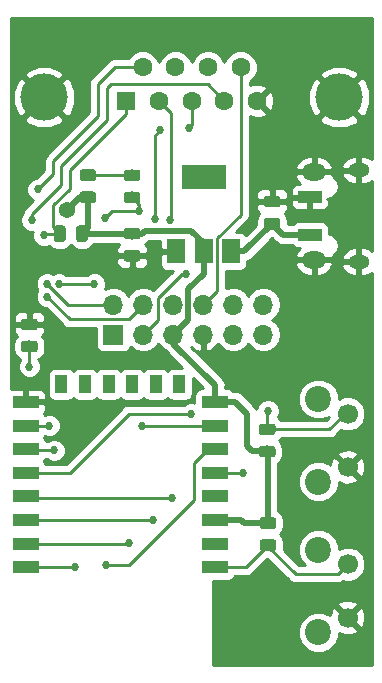
<source format=gbr>
G04 #@! TF.GenerationSoftware,KiCad,Pcbnew,(5.0.2)-1*
G04 #@! TF.CreationDate,2020-03-26T14:30:10-07:00*
G04 #@! TF.ProjectId,RetroWIFI,52657472-6f57-4494-9649-2e6b69636164,rev?*
G04 #@! TF.SameCoordinates,Original*
G04 #@! TF.FileFunction,Copper,L1,Top*
G04 #@! TF.FilePolarity,Positive*
%FSLAX46Y46*%
G04 Gerber Fmt 4.6, Leading zero omitted, Abs format (unit mm)*
G04 Created by KiCad (PCBNEW (5.0.2)-1) date 3/26/2020 2:30:10 PM*
%MOMM*%
%LPD*%
G01*
G04 APERTURE LIST*
G04 #@! TA.AperFunction,SMDPad,CuDef*
%ADD10R,2.000000X1.000000*%
G04 #@! TD*
G04 #@! TA.AperFunction,ComponentPad*
%ADD11O,2.000000X1.450000*%
G04 #@! TD*
G04 #@! TA.AperFunction,ComponentPad*
%ADD12O,1.800000X1.150000*%
G04 #@! TD*
G04 #@! TA.AperFunction,Conductor*
%ADD13C,0.100000*%
G04 #@! TD*
G04 #@! TA.AperFunction,SMDPad,CuDef*
%ADD14C,0.975000*%
G04 #@! TD*
G04 #@! TA.AperFunction,ComponentPad*
%ADD15R,1.600000X1.600000*%
G04 #@! TD*
G04 #@! TA.AperFunction,ComponentPad*
%ADD16C,1.600000*%
G04 #@! TD*
G04 #@! TA.AperFunction,ComponentPad*
%ADD17C,4.000000*%
G04 #@! TD*
G04 #@! TA.AperFunction,SMDPad,CuDef*
%ADD18R,2.200000X1.000000*%
G04 #@! TD*
G04 #@! TA.AperFunction,SMDPad,CuDef*
%ADD19R,1.000000X1.500000*%
G04 #@! TD*
G04 #@! TA.AperFunction,SMDPad,CuDef*
%ADD20R,3.800000X2.000000*%
G04 #@! TD*
G04 #@! TA.AperFunction,SMDPad,CuDef*
%ADD21R,1.500000X2.000000*%
G04 #@! TD*
G04 #@! TA.AperFunction,ComponentPad*
%ADD22R,1.700000X1.700000*%
G04 #@! TD*
G04 #@! TA.AperFunction,ComponentPad*
%ADD23O,1.700000X1.700000*%
G04 #@! TD*
G04 #@! TA.AperFunction,ComponentPad*
%ADD24C,2.200000*%
G04 #@! TD*
G04 #@! TA.AperFunction,ComponentPad*
%ADD25C,1.700000*%
G04 #@! TD*
G04 #@! TA.AperFunction,ViaPad*
%ADD26C,1.371600*%
G04 #@! TD*
G04 #@! TA.AperFunction,ViaPad*
%ADD27C,0.686308*%
G04 #@! TD*
G04 #@! TA.AperFunction,Conductor*
%ADD28C,0.508000*%
G04 #@! TD*
G04 #@! TA.AperFunction,Conductor*
%ADD29C,0.254000*%
G04 #@! TD*
G04 APERTURE END LIST*
D10*
G04 #@! TO.P,J1,1*
G04 #@! TO.N,+5V*
X156050000Y-101850000D03*
G04 #@! TO.P,J1,5*
G04 #@! TO.N,GND*
X156050000Y-98650000D03*
D11*
G04 #@! TO.P,J1,6*
X156400000Y-103975000D03*
X156400000Y-96525000D03*
D12*
X160200000Y-104125000D03*
X160200000Y-96375000D03*
G04 #@! TD*
D13*
G04 #@! TO.N,+5V*
G04 #@! TO.C,C1*
G36*
X153330142Y-100413674D02*
X153353803Y-100417184D01*
X153377007Y-100422996D01*
X153399529Y-100431054D01*
X153421153Y-100441282D01*
X153441670Y-100453579D01*
X153460883Y-100467829D01*
X153478607Y-100483893D01*
X153494671Y-100501617D01*
X153508921Y-100520830D01*
X153521218Y-100541347D01*
X153531446Y-100562971D01*
X153539504Y-100585493D01*
X153545316Y-100608697D01*
X153548826Y-100632358D01*
X153550000Y-100656250D01*
X153550000Y-101143750D01*
X153548826Y-101167642D01*
X153545316Y-101191303D01*
X153539504Y-101214507D01*
X153531446Y-101237029D01*
X153521218Y-101258653D01*
X153508921Y-101279170D01*
X153494671Y-101298383D01*
X153478607Y-101316107D01*
X153460883Y-101332171D01*
X153441670Y-101346421D01*
X153421153Y-101358718D01*
X153399529Y-101368946D01*
X153377007Y-101377004D01*
X153353803Y-101382816D01*
X153330142Y-101386326D01*
X153306250Y-101387500D01*
X152393750Y-101387500D01*
X152369858Y-101386326D01*
X152346197Y-101382816D01*
X152322993Y-101377004D01*
X152300471Y-101368946D01*
X152278847Y-101358718D01*
X152258330Y-101346421D01*
X152239117Y-101332171D01*
X152221393Y-101316107D01*
X152205329Y-101298383D01*
X152191079Y-101279170D01*
X152178782Y-101258653D01*
X152168554Y-101237029D01*
X152160496Y-101214507D01*
X152154684Y-101191303D01*
X152151174Y-101167642D01*
X152150000Y-101143750D01*
X152150000Y-100656250D01*
X152151174Y-100632358D01*
X152154684Y-100608697D01*
X152160496Y-100585493D01*
X152168554Y-100562971D01*
X152178782Y-100541347D01*
X152191079Y-100520830D01*
X152205329Y-100501617D01*
X152221393Y-100483893D01*
X152239117Y-100467829D01*
X152258330Y-100453579D01*
X152278847Y-100441282D01*
X152300471Y-100431054D01*
X152322993Y-100422996D01*
X152346197Y-100417184D01*
X152369858Y-100413674D01*
X152393750Y-100412500D01*
X153306250Y-100412500D01*
X153330142Y-100413674D01*
X153330142Y-100413674D01*
G37*
D14*
G04 #@! TD*
G04 #@! TO.P,C1,1*
G04 #@! TO.N,+5V*
X152850000Y-100900000D03*
D13*
G04 #@! TO.N,GND*
G04 #@! TO.C,C1*
G36*
X153330142Y-98538674D02*
X153353803Y-98542184D01*
X153377007Y-98547996D01*
X153399529Y-98556054D01*
X153421153Y-98566282D01*
X153441670Y-98578579D01*
X153460883Y-98592829D01*
X153478607Y-98608893D01*
X153494671Y-98626617D01*
X153508921Y-98645830D01*
X153521218Y-98666347D01*
X153531446Y-98687971D01*
X153539504Y-98710493D01*
X153545316Y-98733697D01*
X153548826Y-98757358D01*
X153550000Y-98781250D01*
X153550000Y-99268750D01*
X153548826Y-99292642D01*
X153545316Y-99316303D01*
X153539504Y-99339507D01*
X153531446Y-99362029D01*
X153521218Y-99383653D01*
X153508921Y-99404170D01*
X153494671Y-99423383D01*
X153478607Y-99441107D01*
X153460883Y-99457171D01*
X153441670Y-99471421D01*
X153421153Y-99483718D01*
X153399529Y-99493946D01*
X153377007Y-99502004D01*
X153353803Y-99507816D01*
X153330142Y-99511326D01*
X153306250Y-99512500D01*
X152393750Y-99512500D01*
X152369858Y-99511326D01*
X152346197Y-99507816D01*
X152322993Y-99502004D01*
X152300471Y-99493946D01*
X152278847Y-99483718D01*
X152258330Y-99471421D01*
X152239117Y-99457171D01*
X152221393Y-99441107D01*
X152205329Y-99423383D01*
X152191079Y-99404170D01*
X152178782Y-99383653D01*
X152168554Y-99362029D01*
X152160496Y-99339507D01*
X152154684Y-99316303D01*
X152151174Y-99292642D01*
X152150000Y-99268750D01*
X152150000Y-98781250D01*
X152151174Y-98757358D01*
X152154684Y-98733697D01*
X152160496Y-98710493D01*
X152168554Y-98687971D01*
X152178782Y-98666347D01*
X152191079Y-98645830D01*
X152205329Y-98626617D01*
X152221393Y-98608893D01*
X152239117Y-98592829D01*
X152258330Y-98578579D01*
X152278847Y-98566282D01*
X152300471Y-98556054D01*
X152322993Y-98547996D01*
X152346197Y-98542184D01*
X152369858Y-98538674D01*
X152393750Y-98537500D01*
X153306250Y-98537500D01*
X153330142Y-98538674D01*
X153330142Y-98538674D01*
G37*
D14*
G04 #@! TD*
G04 #@! TO.P,C1,2*
G04 #@! TO.N,GND*
X152850000Y-99025000D03*
D13*
G04 #@! TO.N,GND*
G04 #@! TO.C,C2*
G36*
X141480142Y-103138674D02*
X141503803Y-103142184D01*
X141527007Y-103147996D01*
X141549529Y-103156054D01*
X141571153Y-103166282D01*
X141591670Y-103178579D01*
X141610883Y-103192829D01*
X141628607Y-103208893D01*
X141644671Y-103226617D01*
X141658921Y-103245830D01*
X141671218Y-103266347D01*
X141681446Y-103287971D01*
X141689504Y-103310493D01*
X141695316Y-103333697D01*
X141698826Y-103357358D01*
X141700000Y-103381250D01*
X141700000Y-103868750D01*
X141698826Y-103892642D01*
X141695316Y-103916303D01*
X141689504Y-103939507D01*
X141681446Y-103962029D01*
X141671218Y-103983653D01*
X141658921Y-104004170D01*
X141644671Y-104023383D01*
X141628607Y-104041107D01*
X141610883Y-104057171D01*
X141591670Y-104071421D01*
X141571153Y-104083718D01*
X141549529Y-104093946D01*
X141527007Y-104102004D01*
X141503803Y-104107816D01*
X141480142Y-104111326D01*
X141456250Y-104112500D01*
X140543750Y-104112500D01*
X140519858Y-104111326D01*
X140496197Y-104107816D01*
X140472993Y-104102004D01*
X140450471Y-104093946D01*
X140428847Y-104083718D01*
X140408330Y-104071421D01*
X140389117Y-104057171D01*
X140371393Y-104041107D01*
X140355329Y-104023383D01*
X140341079Y-104004170D01*
X140328782Y-103983653D01*
X140318554Y-103962029D01*
X140310496Y-103939507D01*
X140304684Y-103916303D01*
X140301174Y-103892642D01*
X140300000Y-103868750D01*
X140300000Y-103381250D01*
X140301174Y-103357358D01*
X140304684Y-103333697D01*
X140310496Y-103310493D01*
X140318554Y-103287971D01*
X140328782Y-103266347D01*
X140341079Y-103245830D01*
X140355329Y-103226617D01*
X140371393Y-103208893D01*
X140389117Y-103192829D01*
X140408330Y-103178579D01*
X140428847Y-103166282D01*
X140450471Y-103156054D01*
X140472993Y-103147996D01*
X140496197Y-103142184D01*
X140519858Y-103138674D01*
X140543750Y-103137500D01*
X141456250Y-103137500D01*
X141480142Y-103138674D01*
X141480142Y-103138674D01*
G37*
D14*
G04 #@! TD*
G04 #@! TO.P,C2,2*
G04 #@! TO.N,GND*
X141000000Y-103625000D03*
D13*
G04 #@! TO.N,+3V3*
G04 #@! TO.C,C2*
G36*
X141480142Y-101263674D02*
X141503803Y-101267184D01*
X141527007Y-101272996D01*
X141549529Y-101281054D01*
X141571153Y-101291282D01*
X141591670Y-101303579D01*
X141610883Y-101317829D01*
X141628607Y-101333893D01*
X141644671Y-101351617D01*
X141658921Y-101370830D01*
X141671218Y-101391347D01*
X141681446Y-101412971D01*
X141689504Y-101435493D01*
X141695316Y-101458697D01*
X141698826Y-101482358D01*
X141700000Y-101506250D01*
X141700000Y-101993750D01*
X141698826Y-102017642D01*
X141695316Y-102041303D01*
X141689504Y-102064507D01*
X141681446Y-102087029D01*
X141671218Y-102108653D01*
X141658921Y-102129170D01*
X141644671Y-102148383D01*
X141628607Y-102166107D01*
X141610883Y-102182171D01*
X141591670Y-102196421D01*
X141571153Y-102208718D01*
X141549529Y-102218946D01*
X141527007Y-102227004D01*
X141503803Y-102232816D01*
X141480142Y-102236326D01*
X141456250Y-102237500D01*
X140543750Y-102237500D01*
X140519858Y-102236326D01*
X140496197Y-102232816D01*
X140472993Y-102227004D01*
X140450471Y-102218946D01*
X140428847Y-102208718D01*
X140408330Y-102196421D01*
X140389117Y-102182171D01*
X140371393Y-102166107D01*
X140355329Y-102148383D01*
X140341079Y-102129170D01*
X140328782Y-102108653D01*
X140318554Y-102087029D01*
X140310496Y-102064507D01*
X140304684Y-102041303D01*
X140301174Y-102017642D01*
X140300000Y-101993750D01*
X140300000Y-101506250D01*
X140301174Y-101482358D01*
X140304684Y-101458697D01*
X140310496Y-101435493D01*
X140318554Y-101412971D01*
X140328782Y-101391347D01*
X140341079Y-101370830D01*
X140355329Y-101351617D01*
X140371393Y-101333893D01*
X140389117Y-101317829D01*
X140408330Y-101303579D01*
X140428847Y-101291282D01*
X140450471Y-101281054D01*
X140472993Y-101272996D01*
X140496197Y-101267184D01*
X140519858Y-101263674D01*
X140543750Y-101262500D01*
X141456250Y-101262500D01*
X141480142Y-101263674D01*
X141480142Y-101263674D01*
G37*
D14*
G04 #@! TD*
G04 #@! TO.P,C2,1*
G04 #@! TO.N,+3V3*
X141000000Y-101750000D03*
D13*
G04 #@! TO.N,/TX*
G04 #@! TO.C,D1*
G36*
X141480142Y-98201174D02*
X141503803Y-98204684D01*
X141527007Y-98210496D01*
X141549529Y-98218554D01*
X141571153Y-98228782D01*
X141591670Y-98241079D01*
X141610883Y-98255329D01*
X141628607Y-98271393D01*
X141644671Y-98289117D01*
X141658921Y-98308330D01*
X141671218Y-98328847D01*
X141681446Y-98350471D01*
X141689504Y-98372993D01*
X141695316Y-98396197D01*
X141698826Y-98419858D01*
X141700000Y-98443750D01*
X141700000Y-98931250D01*
X141698826Y-98955142D01*
X141695316Y-98978803D01*
X141689504Y-99002007D01*
X141681446Y-99024529D01*
X141671218Y-99046153D01*
X141658921Y-99066670D01*
X141644671Y-99085883D01*
X141628607Y-99103607D01*
X141610883Y-99119671D01*
X141591670Y-99133921D01*
X141571153Y-99146218D01*
X141549529Y-99156446D01*
X141527007Y-99164504D01*
X141503803Y-99170316D01*
X141480142Y-99173826D01*
X141456250Y-99175000D01*
X140543750Y-99175000D01*
X140519858Y-99173826D01*
X140496197Y-99170316D01*
X140472993Y-99164504D01*
X140450471Y-99156446D01*
X140428847Y-99146218D01*
X140408330Y-99133921D01*
X140389117Y-99119671D01*
X140371393Y-99103607D01*
X140355329Y-99085883D01*
X140341079Y-99066670D01*
X140328782Y-99046153D01*
X140318554Y-99024529D01*
X140310496Y-99002007D01*
X140304684Y-98978803D01*
X140301174Y-98955142D01*
X140300000Y-98931250D01*
X140300000Y-98443750D01*
X140301174Y-98419858D01*
X140304684Y-98396197D01*
X140310496Y-98372993D01*
X140318554Y-98350471D01*
X140328782Y-98328847D01*
X140341079Y-98308330D01*
X140355329Y-98289117D01*
X140371393Y-98271393D01*
X140389117Y-98255329D01*
X140408330Y-98241079D01*
X140428847Y-98228782D01*
X140450471Y-98218554D01*
X140472993Y-98210496D01*
X140496197Y-98204684D01*
X140519858Y-98201174D01*
X140543750Y-98200000D01*
X141456250Y-98200000D01*
X141480142Y-98201174D01*
X141480142Y-98201174D01*
G37*
D14*
G04 #@! TD*
G04 #@! TO.P,D1,1*
G04 #@! TO.N,/TX*
X141000000Y-98687500D03*
D13*
G04 #@! TO.N,Net-(D1-Pad2)*
G04 #@! TO.C,D1*
G36*
X141480142Y-96326174D02*
X141503803Y-96329684D01*
X141527007Y-96335496D01*
X141549529Y-96343554D01*
X141571153Y-96353782D01*
X141591670Y-96366079D01*
X141610883Y-96380329D01*
X141628607Y-96396393D01*
X141644671Y-96414117D01*
X141658921Y-96433330D01*
X141671218Y-96453847D01*
X141681446Y-96475471D01*
X141689504Y-96497993D01*
X141695316Y-96521197D01*
X141698826Y-96544858D01*
X141700000Y-96568750D01*
X141700000Y-97056250D01*
X141698826Y-97080142D01*
X141695316Y-97103803D01*
X141689504Y-97127007D01*
X141681446Y-97149529D01*
X141671218Y-97171153D01*
X141658921Y-97191670D01*
X141644671Y-97210883D01*
X141628607Y-97228607D01*
X141610883Y-97244671D01*
X141591670Y-97258921D01*
X141571153Y-97271218D01*
X141549529Y-97281446D01*
X141527007Y-97289504D01*
X141503803Y-97295316D01*
X141480142Y-97298826D01*
X141456250Y-97300000D01*
X140543750Y-97300000D01*
X140519858Y-97298826D01*
X140496197Y-97295316D01*
X140472993Y-97289504D01*
X140450471Y-97281446D01*
X140428847Y-97271218D01*
X140408330Y-97258921D01*
X140389117Y-97244671D01*
X140371393Y-97228607D01*
X140355329Y-97210883D01*
X140341079Y-97191670D01*
X140328782Y-97171153D01*
X140318554Y-97149529D01*
X140310496Y-97127007D01*
X140304684Y-97103803D01*
X140301174Y-97080142D01*
X140300000Y-97056250D01*
X140300000Y-96568750D01*
X140301174Y-96544858D01*
X140304684Y-96521197D01*
X140310496Y-96497993D01*
X140318554Y-96475471D01*
X140328782Y-96453847D01*
X140341079Y-96433330D01*
X140355329Y-96414117D01*
X140371393Y-96396393D01*
X140389117Y-96380329D01*
X140408330Y-96366079D01*
X140428847Y-96353782D01*
X140450471Y-96343554D01*
X140472993Y-96335496D01*
X140496197Y-96329684D01*
X140519858Y-96326174D01*
X140543750Y-96325000D01*
X141456250Y-96325000D01*
X141480142Y-96326174D01*
X141480142Y-96326174D01*
G37*
D14*
G04 #@! TD*
G04 #@! TO.P,D1,2*
G04 #@! TO.N,Net-(D1-Pad2)*
X141000000Y-96812500D03*
D15*
G04 #@! TO.P,J2,1*
G04 #@! TO.N,/DCD*
X140500000Y-90500000D03*
D16*
G04 #@! TO.P,J2,2*
G04 #@! TO.N,Net-(J2-Pad2)*
X143270000Y-90500000D03*
G04 #@! TO.P,J2,3*
G04 #@! TO.N,Net-(J2-Pad3)*
X146040000Y-90500000D03*
G04 #@! TO.P,J2,4*
G04 #@! TO.N,/DTR*
X148810000Y-90500000D03*
G04 #@! TO.P,J2,5*
G04 #@! TO.N,GND*
X151580000Y-90500000D03*
G04 #@! TO.P,J2,6*
G04 #@! TO.N,/DSR*
X141885000Y-87660000D03*
G04 #@! TO.P,J2,7*
G04 #@! TO.N,Net-(J2-Pad7)*
X144655000Y-87660000D03*
G04 #@! TO.P,J2,8*
G04 #@! TO.N,Net-(J2-Pad8)*
X147425000Y-87660000D03*
G04 #@! TO.P,J2,9*
G04 #@! TO.N,/RI*
X150195000Y-87660000D03*
D17*
G04 #@! TO.P,J2,0*
G04 #@! TO.N,GND*
X158540000Y-90200000D03*
X133540000Y-90200000D03*
G04 #@! TD*
D13*
G04 #@! TO.N,Net-(D1-Pad2)*
G04 #@! TO.C,R1*
G36*
X137730142Y-96306174D02*
X137753803Y-96309684D01*
X137777007Y-96315496D01*
X137799529Y-96323554D01*
X137821153Y-96333782D01*
X137841670Y-96346079D01*
X137860883Y-96360329D01*
X137878607Y-96376393D01*
X137894671Y-96394117D01*
X137908921Y-96413330D01*
X137921218Y-96433847D01*
X137931446Y-96455471D01*
X137939504Y-96477993D01*
X137945316Y-96501197D01*
X137948826Y-96524858D01*
X137950000Y-96548750D01*
X137950000Y-97036250D01*
X137948826Y-97060142D01*
X137945316Y-97083803D01*
X137939504Y-97107007D01*
X137931446Y-97129529D01*
X137921218Y-97151153D01*
X137908921Y-97171670D01*
X137894671Y-97190883D01*
X137878607Y-97208607D01*
X137860883Y-97224671D01*
X137841670Y-97238921D01*
X137821153Y-97251218D01*
X137799529Y-97261446D01*
X137777007Y-97269504D01*
X137753803Y-97275316D01*
X137730142Y-97278826D01*
X137706250Y-97280000D01*
X136793750Y-97280000D01*
X136769858Y-97278826D01*
X136746197Y-97275316D01*
X136722993Y-97269504D01*
X136700471Y-97261446D01*
X136678847Y-97251218D01*
X136658330Y-97238921D01*
X136639117Y-97224671D01*
X136621393Y-97208607D01*
X136605329Y-97190883D01*
X136591079Y-97171670D01*
X136578782Y-97151153D01*
X136568554Y-97129529D01*
X136560496Y-97107007D01*
X136554684Y-97083803D01*
X136551174Y-97060142D01*
X136550000Y-97036250D01*
X136550000Y-96548750D01*
X136551174Y-96524858D01*
X136554684Y-96501197D01*
X136560496Y-96477993D01*
X136568554Y-96455471D01*
X136578782Y-96433847D01*
X136591079Y-96413330D01*
X136605329Y-96394117D01*
X136621393Y-96376393D01*
X136639117Y-96360329D01*
X136658330Y-96346079D01*
X136678847Y-96333782D01*
X136700471Y-96323554D01*
X136722993Y-96315496D01*
X136746197Y-96309684D01*
X136769858Y-96306174D01*
X136793750Y-96305000D01*
X137706250Y-96305000D01*
X137730142Y-96306174D01*
X137730142Y-96306174D01*
G37*
D14*
G04 #@! TD*
G04 #@! TO.P,R1,2*
G04 #@! TO.N,Net-(D1-Pad2)*
X137250000Y-96792500D03*
D13*
G04 #@! TO.N,+3V3*
G04 #@! TO.C,R1*
G36*
X137730142Y-98181174D02*
X137753803Y-98184684D01*
X137777007Y-98190496D01*
X137799529Y-98198554D01*
X137821153Y-98208782D01*
X137841670Y-98221079D01*
X137860883Y-98235329D01*
X137878607Y-98251393D01*
X137894671Y-98269117D01*
X137908921Y-98288330D01*
X137921218Y-98308847D01*
X137931446Y-98330471D01*
X137939504Y-98352993D01*
X137945316Y-98376197D01*
X137948826Y-98399858D01*
X137950000Y-98423750D01*
X137950000Y-98911250D01*
X137948826Y-98935142D01*
X137945316Y-98958803D01*
X137939504Y-98982007D01*
X137931446Y-99004529D01*
X137921218Y-99026153D01*
X137908921Y-99046670D01*
X137894671Y-99065883D01*
X137878607Y-99083607D01*
X137860883Y-99099671D01*
X137841670Y-99113921D01*
X137821153Y-99126218D01*
X137799529Y-99136446D01*
X137777007Y-99144504D01*
X137753803Y-99150316D01*
X137730142Y-99153826D01*
X137706250Y-99155000D01*
X136793750Y-99155000D01*
X136769858Y-99153826D01*
X136746197Y-99150316D01*
X136722993Y-99144504D01*
X136700471Y-99136446D01*
X136678847Y-99126218D01*
X136658330Y-99113921D01*
X136639117Y-99099671D01*
X136621393Y-99083607D01*
X136605329Y-99065883D01*
X136591079Y-99046670D01*
X136578782Y-99026153D01*
X136568554Y-99004529D01*
X136560496Y-98982007D01*
X136554684Y-98958803D01*
X136551174Y-98935142D01*
X136550000Y-98911250D01*
X136550000Y-98423750D01*
X136551174Y-98399858D01*
X136554684Y-98376197D01*
X136560496Y-98352993D01*
X136568554Y-98330471D01*
X136578782Y-98308847D01*
X136591079Y-98288330D01*
X136605329Y-98269117D01*
X136621393Y-98251393D01*
X136639117Y-98235329D01*
X136658330Y-98221079D01*
X136678847Y-98208782D01*
X136700471Y-98198554D01*
X136722993Y-98190496D01*
X136746197Y-98184684D01*
X136769858Y-98181174D01*
X136793750Y-98180000D01*
X137706250Y-98180000D01*
X137730142Y-98181174D01*
X137730142Y-98181174D01*
G37*
D14*
G04 #@! TD*
G04 #@! TO.P,R1,1*
G04 #@! TO.N,+3V3*
X137250000Y-98667500D03*
D13*
G04 #@! TO.N,Net-(R2-Pad1)*
G04 #@! TO.C,R2*
G36*
X152980142Y-127638674D02*
X153003803Y-127642184D01*
X153027007Y-127647996D01*
X153049529Y-127656054D01*
X153071153Y-127666282D01*
X153091670Y-127678579D01*
X153110883Y-127692829D01*
X153128607Y-127708893D01*
X153144671Y-127726617D01*
X153158921Y-127745830D01*
X153171218Y-127766347D01*
X153181446Y-127787971D01*
X153189504Y-127810493D01*
X153195316Y-127833697D01*
X153198826Y-127857358D01*
X153200000Y-127881250D01*
X153200000Y-128368750D01*
X153198826Y-128392642D01*
X153195316Y-128416303D01*
X153189504Y-128439507D01*
X153181446Y-128462029D01*
X153171218Y-128483653D01*
X153158921Y-128504170D01*
X153144671Y-128523383D01*
X153128607Y-128541107D01*
X153110883Y-128557171D01*
X153091670Y-128571421D01*
X153071153Y-128583718D01*
X153049529Y-128593946D01*
X153027007Y-128602004D01*
X153003803Y-128607816D01*
X152980142Y-128611326D01*
X152956250Y-128612500D01*
X152043750Y-128612500D01*
X152019858Y-128611326D01*
X151996197Y-128607816D01*
X151972993Y-128602004D01*
X151950471Y-128593946D01*
X151928847Y-128583718D01*
X151908330Y-128571421D01*
X151889117Y-128557171D01*
X151871393Y-128541107D01*
X151855329Y-128523383D01*
X151841079Y-128504170D01*
X151828782Y-128483653D01*
X151818554Y-128462029D01*
X151810496Y-128439507D01*
X151804684Y-128416303D01*
X151801174Y-128392642D01*
X151800000Y-128368750D01*
X151800000Y-127881250D01*
X151801174Y-127857358D01*
X151804684Y-127833697D01*
X151810496Y-127810493D01*
X151818554Y-127787971D01*
X151828782Y-127766347D01*
X151841079Y-127745830D01*
X151855329Y-127726617D01*
X151871393Y-127708893D01*
X151889117Y-127692829D01*
X151908330Y-127678579D01*
X151928847Y-127666282D01*
X151950471Y-127656054D01*
X151972993Y-127647996D01*
X151996197Y-127642184D01*
X152019858Y-127638674D01*
X152043750Y-127637500D01*
X152956250Y-127637500D01*
X152980142Y-127638674D01*
X152980142Y-127638674D01*
G37*
D14*
G04 #@! TD*
G04 #@! TO.P,R2,1*
G04 #@! TO.N,Net-(R2-Pad1)*
X152500000Y-128125000D03*
D13*
G04 #@! TO.N,+3V3*
G04 #@! TO.C,R2*
G36*
X152980142Y-125763674D02*
X153003803Y-125767184D01*
X153027007Y-125772996D01*
X153049529Y-125781054D01*
X153071153Y-125791282D01*
X153091670Y-125803579D01*
X153110883Y-125817829D01*
X153128607Y-125833893D01*
X153144671Y-125851617D01*
X153158921Y-125870830D01*
X153171218Y-125891347D01*
X153181446Y-125912971D01*
X153189504Y-125935493D01*
X153195316Y-125958697D01*
X153198826Y-125982358D01*
X153200000Y-126006250D01*
X153200000Y-126493750D01*
X153198826Y-126517642D01*
X153195316Y-126541303D01*
X153189504Y-126564507D01*
X153181446Y-126587029D01*
X153171218Y-126608653D01*
X153158921Y-126629170D01*
X153144671Y-126648383D01*
X153128607Y-126666107D01*
X153110883Y-126682171D01*
X153091670Y-126696421D01*
X153071153Y-126708718D01*
X153049529Y-126718946D01*
X153027007Y-126727004D01*
X153003803Y-126732816D01*
X152980142Y-126736326D01*
X152956250Y-126737500D01*
X152043750Y-126737500D01*
X152019858Y-126736326D01*
X151996197Y-126732816D01*
X151972993Y-126727004D01*
X151950471Y-126718946D01*
X151928847Y-126708718D01*
X151908330Y-126696421D01*
X151889117Y-126682171D01*
X151871393Y-126666107D01*
X151855329Y-126648383D01*
X151841079Y-126629170D01*
X151828782Y-126608653D01*
X151818554Y-126587029D01*
X151810496Y-126564507D01*
X151804684Y-126541303D01*
X151801174Y-126517642D01*
X151800000Y-126493750D01*
X151800000Y-126006250D01*
X151801174Y-125982358D01*
X151804684Y-125958697D01*
X151810496Y-125935493D01*
X151818554Y-125912971D01*
X151828782Y-125891347D01*
X151841079Y-125870830D01*
X151855329Y-125851617D01*
X151871393Y-125833893D01*
X151889117Y-125817829D01*
X151908330Y-125803579D01*
X151928847Y-125791282D01*
X151950471Y-125781054D01*
X151972993Y-125772996D01*
X151996197Y-125767184D01*
X152019858Y-125763674D01*
X152043750Y-125762500D01*
X152956250Y-125762500D01*
X152980142Y-125763674D01*
X152980142Y-125763674D01*
G37*
D14*
G04 #@! TD*
G04 #@! TO.P,R2,2*
G04 #@! TO.N,+3V3*
X152500000Y-126250000D03*
D13*
G04 #@! TO.N,Net-(R3-Pad1)*
G04 #@! TO.C,R3*
G36*
X132780142Y-110813674D02*
X132803803Y-110817184D01*
X132827007Y-110822996D01*
X132849529Y-110831054D01*
X132871153Y-110841282D01*
X132891670Y-110853579D01*
X132910883Y-110867829D01*
X132928607Y-110883893D01*
X132944671Y-110901617D01*
X132958921Y-110920830D01*
X132971218Y-110941347D01*
X132981446Y-110962971D01*
X132989504Y-110985493D01*
X132995316Y-111008697D01*
X132998826Y-111032358D01*
X133000000Y-111056250D01*
X133000000Y-111543750D01*
X132998826Y-111567642D01*
X132995316Y-111591303D01*
X132989504Y-111614507D01*
X132981446Y-111637029D01*
X132971218Y-111658653D01*
X132958921Y-111679170D01*
X132944671Y-111698383D01*
X132928607Y-111716107D01*
X132910883Y-111732171D01*
X132891670Y-111746421D01*
X132871153Y-111758718D01*
X132849529Y-111768946D01*
X132827007Y-111777004D01*
X132803803Y-111782816D01*
X132780142Y-111786326D01*
X132756250Y-111787500D01*
X131843750Y-111787500D01*
X131819858Y-111786326D01*
X131796197Y-111782816D01*
X131772993Y-111777004D01*
X131750471Y-111768946D01*
X131728847Y-111758718D01*
X131708330Y-111746421D01*
X131689117Y-111732171D01*
X131671393Y-111716107D01*
X131655329Y-111698383D01*
X131641079Y-111679170D01*
X131628782Y-111658653D01*
X131618554Y-111637029D01*
X131610496Y-111614507D01*
X131604684Y-111591303D01*
X131601174Y-111567642D01*
X131600000Y-111543750D01*
X131600000Y-111056250D01*
X131601174Y-111032358D01*
X131604684Y-111008697D01*
X131610496Y-110985493D01*
X131618554Y-110962971D01*
X131628782Y-110941347D01*
X131641079Y-110920830D01*
X131655329Y-110901617D01*
X131671393Y-110883893D01*
X131689117Y-110867829D01*
X131708330Y-110853579D01*
X131728847Y-110841282D01*
X131750471Y-110831054D01*
X131772993Y-110822996D01*
X131796197Y-110817184D01*
X131819858Y-110813674D01*
X131843750Y-110812500D01*
X132756250Y-110812500D01*
X132780142Y-110813674D01*
X132780142Y-110813674D01*
G37*
D14*
G04 #@! TD*
G04 #@! TO.P,R3,1*
G04 #@! TO.N,Net-(R3-Pad1)*
X132300000Y-111300000D03*
D13*
G04 #@! TO.N,GND*
G04 #@! TO.C,R3*
G36*
X132780142Y-108938674D02*
X132803803Y-108942184D01*
X132827007Y-108947996D01*
X132849529Y-108956054D01*
X132871153Y-108966282D01*
X132891670Y-108978579D01*
X132910883Y-108992829D01*
X132928607Y-109008893D01*
X132944671Y-109026617D01*
X132958921Y-109045830D01*
X132971218Y-109066347D01*
X132981446Y-109087971D01*
X132989504Y-109110493D01*
X132995316Y-109133697D01*
X132998826Y-109157358D01*
X133000000Y-109181250D01*
X133000000Y-109668750D01*
X132998826Y-109692642D01*
X132995316Y-109716303D01*
X132989504Y-109739507D01*
X132981446Y-109762029D01*
X132971218Y-109783653D01*
X132958921Y-109804170D01*
X132944671Y-109823383D01*
X132928607Y-109841107D01*
X132910883Y-109857171D01*
X132891670Y-109871421D01*
X132871153Y-109883718D01*
X132849529Y-109893946D01*
X132827007Y-109902004D01*
X132803803Y-109907816D01*
X132780142Y-109911326D01*
X132756250Y-109912500D01*
X131843750Y-109912500D01*
X131819858Y-109911326D01*
X131796197Y-109907816D01*
X131772993Y-109902004D01*
X131750471Y-109893946D01*
X131728847Y-109883718D01*
X131708330Y-109871421D01*
X131689117Y-109857171D01*
X131671393Y-109841107D01*
X131655329Y-109823383D01*
X131641079Y-109804170D01*
X131628782Y-109783653D01*
X131618554Y-109762029D01*
X131610496Y-109739507D01*
X131604684Y-109716303D01*
X131601174Y-109692642D01*
X131600000Y-109668750D01*
X131600000Y-109181250D01*
X131601174Y-109157358D01*
X131604684Y-109133697D01*
X131610496Y-109110493D01*
X131618554Y-109087971D01*
X131628782Y-109066347D01*
X131641079Y-109045830D01*
X131655329Y-109026617D01*
X131671393Y-109008893D01*
X131689117Y-108992829D01*
X131708330Y-108978579D01*
X131728847Y-108966282D01*
X131750471Y-108956054D01*
X131772993Y-108947996D01*
X131796197Y-108942184D01*
X131819858Y-108938674D01*
X131843750Y-108937500D01*
X132756250Y-108937500D01*
X132780142Y-108938674D01*
X132780142Y-108938674D01*
G37*
D14*
G04 #@! TD*
G04 #@! TO.P,R3,2*
G04 #@! TO.N,GND*
X132300000Y-109425000D03*
D13*
G04 #@! TO.N,/DCD*
G04 #@! TO.C,R4*
G36*
X135142642Y-101051174D02*
X135166303Y-101054684D01*
X135189507Y-101060496D01*
X135212029Y-101068554D01*
X135233653Y-101078782D01*
X135254170Y-101091079D01*
X135273383Y-101105329D01*
X135291107Y-101121393D01*
X135307171Y-101139117D01*
X135321421Y-101158330D01*
X135333718Y-101178847D01*
X135343946Y-101200471D01*
X135352004Y-101222993D01*
X135357816Y-101246197D01*
X135361326Y-101269858D01*
X135362500Y-101293750D01*
X135362500Y-102206250D01*
X135361326Y-102230142D01*
X135357816Y-102253803D01*
X135352004Y-102277007D01*
X135343946Y-102299529D01*
X135333718Y-102321153D01*
X135321421Y-102341670D01*
X135307171Y-102360883D01*
X135291107Y-102378607D01*
X135273383Y-102394671D01*
X135254170Y-102408921D01*
X135233653Y-102421218D01*
X135212029Y-102431446D01*
X135189507Y-102439504D01*
X135166303Y-102445316D01*
X135142642Y-102448826D01*
X135118750Y-102450000D01*
X134631250Y-102450000D01*
X134607358Y-102448826D01*
X134583697Y-102445316D01*
X134560493Y-102439504D01*
X134537971Y-102431446D01*
X134516347Y-102421218D01*
X134495830Y-102408921D01*
X134476617Y-102394671D01*
X134458893Y-102378607D01*
X134442829Y-102360883D01*
X134428579Y-102341670D01*
X134416282Y-102321153D01*
X134406054Y-102299529D01*
X134397996Y-102277007D01*
X134392184Y-102253803D01*
X134388674Y-102230142D01*
X134387500Y-102206250D01*
X134387500Y-101293750D01*
X134388674Y-101269858D01*
X134392184Y-101246197D01*
X134397996Y-101222993D01*
X134406054Y-101200471D01*
X134416282Y-101178847D01*
X134428579Y-101158330D01*
X134442829Y-101139117D01*
X134458893Y-101121393D01*
X134476617Y-101105329D01*
X134495830Y-101091079D01*
X134516347Y-101078782D01*
X134537971Y-101068554D01*
X134560493Y-101060496D01*
X134583697Y-101054684D01*
X134607358Y-101051174D01*
X134631250Y-101050000D01*
X135118750Y-101050000D01*
X135142642Y-101051174D01*
X135142642Y-101051174D01*
G37*
D14*
G04 #@! TD*
G04 #@! TO.P,R4,1*
G04 #@! TO.N,/DCD*
X134875000Y-101750000D03*
D13*
G04 #@! TO.N,+3V3*
G04 #@! TO.C,R4*
G36*
X137017642Y-101051174D02*
X137041303Y-101054684D01*
X137064507Y-101060496D01*
X137087029Y-101068554D01*
X137108653Y-101078782D01*
X137129170Y-101091079D01*
X137148383Y-101105329D01*
X137166107Y-101121393D01*
X137182171Y-101139117D01*
X137196421Y-101158330D01*
X137208718Y-101178847D01*
X137218946Y-101200471D01*
X137227004Y-101222993D01*
X137232816Y-101246197D01*
X137236326Y-101269858D01*
X137237500Y-101293750D01*
X137237500Y-102206250D01*
X137236326Y-102230142D01*
X137232816Y-102253803D01*
X137227004Y-102277007D01*
X137218946Y-102299529D01*
X137208718Y-102321153D01*
X137196421Y-102341670D01*
X137182171Y-102360883D01*
X137166107Y-102378607D01*
X137148383Y-102394671D01*
X137129170Y-102408921D01*
X137108653Y-102421218D01*
X137087029Y-102431446D01*
X137064507Y-102439504D01*
X137041303Y-102445316D01*
X137017642Y-102448826D01*
X136993750Y-102450000D01*
X136506250Y-102450000D01*
X136482358Y-102448826D01*
X136458697Y-102445316D01*
X136435493Y-102439504D01*
X136412971Y-102431446D01*
X136391347Y-102421218D01*
X136370830Y-102408921D01*
X136351617Y-102394671D01*
X136333893Y-102378607D01*
X136317829Y-102360883D01*
X136303579Y-102341670D01*
X136291282Y-102321153D01*
X136281054Y-102299529D01*
X136272996Y-102277007D01*
X136267184Y-102253803D01*
X136263674Y-102230142D01*
X136262500Y-102206250D01*
X136262500Y-101293750D01*
X136263674Y-101269858D01*
X136267184Y-101246197D01*
X136272996Y-101222993D01*
X136281054Y-101200471D01*
X136291282Y-101178847D01*
X136303579Y-101158330D01*
X136317829Y-101139117D01*
X136333893Y-101121393D01*
X136351617Y-101105329D01*
X136370830Y-101091079D01*
X136391347Y-101078782D01*
X136412971Y-101068554D01*
X136435493Y-101060496D01*
X136458697Y-101054684D01*
X136482358Y-101051174D01*
X136506250Y-101050000D01*
X136993750Y-101050000D01*
X137017642Y-101051174D01*
X137017642Y-101051174D01*
G37*
D14*
G04 #@! TD*
G04 #@! TO.P,R4,2*
G04 #@! TO.N,+3V3*
X136750000Y-101750000D03*
D13*
G04 #@! TO.N,+3V3*
G04 #@! TO.C,R5*
G36*
X152917642Y-119701174D02*
X152941303Y-119704684D01*
X152964507Y-119710496D01*
X152987029Y-119718554D01*
X153008653Y-119728782D01*
X153029170Y-119741079D01*
X153048383Y-119755329D01*
X153066107Y-119771393D01*
X153082171Y-119789117D01*
X153096421Y-119808330D01*
X153108718Y-119828847D01*
X153118946Y-119850471D01*
X153127004Y-119872993D01*
X153132816Y-119896197D01*
X153136326Y-119919858D01*
X153137500Y-119943750D01*
X153137500Y-120431250D01*
X153136326Y-120455142D01*
X153132816Y-120478803D01*
X153127004Y-120502007D01*
X153118946Y-120524529D01*
X153108718Y-120546153D01*
X153096421Y-120566670D01*
X153082171Y-120585883D01*
X153066107Y-120603607D01*
X153048383Y-120619671D01*
X153029170Y-120633921D01*
X153008653Y-120646218D01*
X152987029Y-120656446D01*
X152964507Y-120664504D01*
X152941303Y-120670316D01*
X152917642Y-120673826D01*
X152893750Y-120675000D01*
X151981250Y-120675000D01*
X151957358Y-120673826D01*
X151933697Y-120670316D01*
X151910493Y-120664504D01*
X151887971Y-120656446D01*
X151866347Y-120646218D01*
X151845830Y-120633921D01*
X151826617Y-120619671D01*
X151808893Y-120603607D01*
X151792829Y-120585883D01*
X151778579Y-120566670D01*
X151766282Y-120546153D01*
X151756054Y-120524529D01*
X151747996Y-120502007D01*
X151742184Y-120478803D01*
X151738674Y-120455142D01*
X151737500Y-120431250D01*
X151737500Y-119943750D01*
X151738674Y-119919858D01*
X151742184Y-119896197D01*
X151747996Y-119872993D01*
X151756054Y-119850471D01*
X151766282Y-119828847D01*
X151778579Y-119808330D01*
X151792829Y-119789117D01*
X151808893Y-119771393D01*
X151826617Y-119755329D01*
X151845830Y-119741079D01*
X151866347Y-119728782D01*
X151887971Y-119718554D01*
X151910493Y-119710496D01*
X151933697Y-119704684D01*
X151957358Y-119701174D01*
X151981250Y-119700000D01*
X152893750Y-119700000D01*
X152917642Y-119701174D01*
X152917642Y-119701174D01*
G37*
D14*
G04 #@! TD*
G04 #@! TO.P,R5,2*
G04 #@! TO.N,+3V3*
X152437500Y-120187500D03*
D13*
G04 #@! TO.N,Net-(R5-Pad1)*
G04 #@! TO.C,R5*
G36*
X152917642Y-117826174D02*
X152941303Y-117829684D01*
X152964507Y-117835496D01*
X152987029Y-117843554D01*
X153008653Y-117853782D01*
X153029170Y-117866079D01*
X153048383Y-117880329D01*
X153066107Y-117896393D01*
X153082171Y-117914117D01*
X153096421Y-117933330D01*
X153108718Y-117953847D01*
X153118946Y-117975471D01*
X153127004Y-117997993D01*
X153132816Y-118021197D01*
X153136326Y-118044858D01*
X153137500Y-118068750D01*
X153137500Y-118556250D01*
X153136326Y-118580142D01*
X153132816Y-118603803D01*
X153127004Y-118627007D01*
X153118946Y-118649529D01*
X153108718Y-118671153D01*
X153096421Y-118691670D01*
X153082171Y-118710883D01*
X153066107Y-118728607D01*
X153048383Y-118744671D01*
X153029170Y-118758921D01*
X153008653Y-118771218D01*
X152987029Y-118781446D01*
X152964507Y-118789504D01*
X152941303Y-118795316D01*
X152917642Y-118798826D01*
X152893750Y-118800000D01*
X151981250Y-118800000D01*
X151957358Y-118798826D01*
X151933697Y-118795316D01*
X151910493Y-118789504D01*
X151887971Y-118781446D01*
X151866347Y-118771218D01*
X151845830Y-118758921D01*
X151826617Y-118744671D01*
X151808893Y-118728607D01*
X151792829Y-118710883D01*
X151778579Y-118691670D01*
X151766282Y-118671153D01*
X151756054Y-118649529D01*
X151747996Y-118627007D01*
X151742184Y-118603803D01*
X151738674Y-118580142D01*
X151737500Y-118556250D01*
X151737500Y-118068750D01*
X151738674Y-118044858D01*
X151742184Y-118021197D01*
X151747996Y-117997993D01*
X151756054Y-117975471D01*
X151766282Y-117953847D01*
X151778579Y-117933330D01*
X151792829Y-117914117D01*
X151808893Y-117896393D01*
X151826617Y-117880329D01*
X151845830Y-117866079D01*
X151866347Y-117853782D01*
X151887971Y-117843554D01*
X151910493Y-117835496D01*
X151933697Y-117829684D01*
X151957358Y-117826174D01*
X151981250Y-117825000D01*
X152893750Y-117825000D01*
X152917642Y-117826174D01*
X152917642Y-117826174D01*
G37*
D14*
G04 #@! TD*
G04 #@! TO.P,R5,1*
G04 #@! TO.N,Net-(R5-Pad1)*
X152437500Y-118312500D03*
D18*
G04 #@! TO.P,U3,1*
G04 #@! TO.N,Net-(R2-Pad1)*
X148000000Y-130000000D03*
G04 #@! TO.P,U3,2*
G04 #@! TO.N,N/C*
X148000000Y-128000000D03*
G04 #@! TO.P,U3,3*
G04 #@! TO.N,+3V3*
X148000000Y-126000000D03*
G04 #@! TO.P,U3,4*
G04 #@! TO.N,N/C*
X148000000Y-124000000D03*
G04 #@! TO.P,U3,5*
G04 #@! TO.N,/RI*
X148000000Y-122000000D03*
G04 #@! TO.P,U3,6*
G04 #@! TO.N,/DTR*
X148000000Y-120000000D03*
G04 #@! TO.P,U3,7*
G04 #@! TO.N,/DSR*
X148000000Y-118000000D03*
G04 #@! TO.P,U3,8*
G04 #@! TO.N,+3V3*
X148000000Y-116000000D03*
D19*
G04 #@! TO.P,U3,9*
G04 #@! TO.N,N/C*
X145000000Y-114500000D03*
G04 #@! TO.P,U3,10*
X143000000Y-114500000D03*
G04 #@! TO.P,U3,11*
X141000000Y-114500000D03*
G04 #@! TO.P,U3,12*
X139000000Y-114500000D03*
G04 #@! TO.P,U3,13*
X137000000Y-114500000D03*
G04 #@! TO.P,U3,14*
X135000000Y-114500000D03*
D18*
G04 #@! TO.P,U3,15*
G04 #@! TO.N,GND*
X132000000Y-116000000D03*
G04 #@! TO.P,U3,16*
G04 #@! TO.N,Net-(R3-Pad1)*
X132000000Y-118000000D03*
G04 #@! TO.P,U3,17*
G04 #@! TO.N,/DCD*
X132000000Y-120000000D03*
G04 #@! TO.P,U3,18*
G04 #@! TO.N,Net-(R5-Pad1)*
X132000000Y-122000000D03*
G04 #@! TO.P,U3,19*
G04 #@! TO.N,/RTS*
X132000000Y-124000000D03*
G04 #@! TO.P,U3,20*
G04 #@! TO.N,/CTS*
X132000000Y-126000000D03*
G04 #@! TO.P,U3,21*
G04 #@! TO.N,/RX*
X132000000Y-128000000D03*
G04 #@! TO.P,U3,22*
G04 #@! TO.N,/TX*
X132000000Y-130000000D03*
G04 #@! TD*
D20*
G04 #@! TO.P,U1,4*
G04 #@! TO.N,N/C*
X147050000Y-96950000D03*
D21*
G04 #@! TO.P,U1,2*
G04 #@! TO.N,+3V3*
X147050000Y-103250000D03*
G04 #@! TO.P,U1,3*
G04 #@! TO.N,+5V*
X149350000Y-103250000D03*
G04 #@! TO.P,U1,1*
G04 #@! TO.N,GND*
X144750000Y-103250000D03*
G04 #@! TD*
D22*
G04 #@! TO.P,J3,1*
G04 #@! TO.N,/TX*
X139400000Y-110300000D03*
D23*
G04 #@! TO.P,J3,2*
G04 #@! TO.N,/DTR*
X139400000Y-107760000D03*
G04 #@! TO.P,J3,3*
G04 #@! TO.N,/RX*
X141940000Y-110300000D03*
G04 #@! TO.P,J3,4*
G04 #@! TO.N,/DSR*
X141940000Y-107760000D03*
G04 #@! TO.P,J3,5*
G04 #@! TO.N,+3V3*
X144480000Y-110300000D03*
G04 #@! TO.P,J3,6*
G04 #@! TO.N,/DCD*
X144480000Y-107760000D03*
G04 #@! TO.P,J3,7*
G04 #@! TO.N,GND*
X147020000Y-110300000D03*
G04 #@! TO.P,J3,8*
G04 #@! TO.N,/RI*
X147020000Y-107760000D03*
G04 #@! TO.P,J3,9*
G04 #@! TO.N,/CTS*
X149560000Y-110300000D03*
G04 #@! TO.P,J3,10*
G04 #@! TO.N,Net-(J3-Pad10)*
X149560000Y-107760000D03*
G04 #@! TO.P,J3,11*
G04 #@! TO.N,/RTS*
X152100000Y-110300000D03*
G04 #@! TO.P,J3,12*
G04 #@! TO.N,Net-(J3-Pad12)*
X152100000Y-107760000D03*
G04 #@! TD*
D24*
G04 #@! TO.P,SW1,*
G04 #@! TO.N,*
X156750000Y-135500000D03*
X156750000Y-128500000D03*
D25*
G04 #@! TO.P,SW1,2*
G04 #@! TO.N,GND*
X159250000Y-134250000D03*
G04 #@! TO.P,SW1,1*
G04 #@! TO.N,Net-(R2-Pad1)*
X159250000Y-129750000D03*
G04 #@! TD*
G04 #@! TO.P,SW2,1*
G04 #@! TO.N,Net-(R5-Pad1)*
X159250000Y-117000000D03*
G04 #@! TO.P,SW2,2*
G04 #@! TO.N,GND*
X159250000Y-121500000D03*
D24*
G04 #@! TO.P,SW2,*
G04 #@! TO.N,*
X156750000Y-115750000D03*
X156750000Y-122750000D03*
G04 #@! TD*
D26*
G04 #@! TO.N,+3V3*
X135500000Y-99750000D03*
D27*
G04 #@! TO.N,/RX*
X145600000Y-105200000D03*
X140700000Y-127900000D03*
G04 #@! TO.N,Net-(J2-Pad2)*
X144200000Y-100600000D03*
G04 #@! TO.N,Net-(J2-Pad3)*
X145800000Y-92800000D03*
X143400000Y-93000000D03*
X142900000Y-100500000D03*
G04 #@! TO.N,/CTS*
X142800000Y-126000000D03*
G04 #@! TO.N,/RTS*
X144400000Y-124100000D03*
G04 #@! TO.N,/TX*
X141600000Y-99800000D03*
X138700000Y-100400000D03*
X136200000Y-130000000D03*
G04 #@! TO.N,Net-(R3-Pad1)*
X132300000Y-113000000D03*
X134000000Y-118000000D03*
G04 #@! TO.N,Net-(R5-Pad1)*
X152500000Y-116750000D03*
X146000002Y-117000000D03*
G04 #@! TO.N,/DTR*
X138800000Y-129800000D03*
X132500000Y-100600000D03*
X133800000Y-105999998D03*
G04 #@! TO.N,/DSR*
X133000000Y-98000004D03*
X141799996Y-118000000D03*
X133799998Y-107100000D03*
G04 #@! TO.N,/DCD*
X134400000Y-120100000D03*
X137800002Y-106000000D03*
X134800000Y-106000012D03*
X133500000Y-101900000D03*
G04 #@! TO.N,/RI*
X150400000Y-122000000D03*
G04 #@! TD*
D28*
G04 #@! TO.N,+5V*
X150500000Y-103250000D02*
X152850000Y-100900000D01*
X149350000Y-103250000D02*
X150500000Y-103250000D01*
X153800000Y-101850000D02*
X156050000Y-101850000D01*
X152850000Y-100900000D02*
X153800000Y-101850000D01*
G04 #@! TO.N,+3V3*
X152500000Y-126250000D02*
X152500000Y-120250000D01*
X151187500Y-120187500D02*
X152437500Y-120187500D01*
X150750000Y-119750000D02*
X151187500Y-120187500D01*
X150750000Y-117000000D02*
X150750000Y-119750000D01*
X148000000Y-116000000D02*
X149750000Y-116000000D01*
X149750000Y-116000000D02*
X150750000Y-117000000D01*
X147050000Y-103250000D02*
X147050000Y-103950000D01*
X141800000Y-101750000D02*
X141000000Y-101750000D01*
X142050000Y-101500000D02*
X141800000Y-101750000D01*
X146000000Y-101500000D02*
X142050000Y-101500000D01*
X147050000Y-103250000D02*
X147050000Y-102550000D01*
X147050000Y-102550000D02*
X146000000Y-101500000D01*
X136750000Y-101750000D02*
X141000000Y-101750000D01*
X137250000Y-101250000D02*
X136750000Y-101750000D01*
X137250000Y-98667500D02*
X137250000Y-101250000D01*
X137250000Y-98667500D02*
X136582500Y-98667500D01*
X136582500Y-98667500D02*
X135500000Y-99750000D01*
X147050000Y-105150000D02*
X147050000Y-103250000D01*
X145736401Y-106463599D02*
X147050000Y-105150000D01*
X145736401Y-109043599D02*
X145736401Y-106463599D01*
X144480000Y-110300000D02*
X145736401Y-109043599D01*
X148000000Y-114600000D02*
X148000000Y-116000000D01*
X144480000Y-110300000D02*
X144480000Y-111080000D01*
X144480000Y-111080000D02*
X148000000Y-114600000D01*
X150450000Y-126250000D02*
X152500000Y-126250000D01*
X148000000Y-126000000D02*
X150200000Y-126000000D01*
X150200000Y-126000000D02*
X150450000Y-126250000D01*
D29*
G04 #@! TO.N,/RX*
X140600000Y-128000000D02*
X140700000Y-127900000D01*
X132000000Y-128000000D02*
X140600000Y-128000000D01*
X142789999Y-109450001D02*
X141940000Y-110300000D01*
X143200000Y-109040000D02*
X142789999Y-109450001D01*
X143200000Y-107200000D02*
X143200000Y-109040000D01*
X145600000Y-105200000D02*
X145200000Y-105200000D01*
X145200000Y-105200000D02*
X143200000Y-107200000D01*
G04 #@! TO.N,Net-(D1-Pad2)*
X140980000Y-96792500D02*
X141000000Y-96812500D01*
X137250000Y-96792500D02*
X140980000Y-96792500D01*
G04 #@! TO.N,Net-(J2-Pad2)*
X144300000Y-100500000D02*
X144200000Y-100600000D01*
X143270000Y-90500000D02*
X144300000Y-91530000D01*
X144300000Y-91530000D02*
X144300000Y-100500000D01*
G04 #@! TO.N,Net-(J2-Pad3)*
X146040000Y-90500000D02*
X146040000Y-92560000D01*
X146040000Y-92560000D02*
X145800000Y-92800000D01*
X143400000Y-93000000D02*
X142900000Y-93500000D01*
X142900000Y-93500000D02*
X142900000Y-100500000D01*
G04 #@! TO.N,/CTS*
X142800000Y-126000000D02*
X132000000Y-126000000D01*
G04 #@! TO.N,/RTS*
X132100000Y-124100000D02*
X132000000Y-124000000D01*
X144400000Y-124100000D02*
X132100000Y-124100000D01*
G04 #@! TO.N,/TX*
X141000000Y-98687500D02*
X141600000Y-99287500D01*
X141600000Y-99287500D02*
X141600000Y-99800000D01*
X141600000Y-99800000D02*
X139300000Y-99800000D01*
X139300000Y-99800000D02*
X138700000Y-100400000D01*
X136200000Y-130000000D02*
X132000000Y-130000000D01*
G04 #@! TO.N,Net-(R2-Pad1)*
X152500000Y-128250000D02*
X152500000Y-128125000D01*
X154849999Y-130599999D02*
X152500000Y-128250000D01*
X159250000Y-129750000D02*
X158400001Y-130599999D01*
X158400001Y-130599999D02*
X154849999Y-130599999D01*
X150625000Y-130000000D02*
X152500000Y-128125000D01*
X148000000Y-130000000D02*
X150625000Y-130000000D01*
G04 #@! TO.N,Net-(R3-Pad1)*
X132300000Y-111300000D02*
X132300000Y-113000000D01*
X134000000Y-118000000D02*
X132000000Y-118000000D01*
G04 #@! TO.N,Net-(R5-Pad1)*
X157687500Y-118312500D02*
X152437500Y-118312500D01*
X159250000Y-117000000D02*
X159000000Y-117000000D01*
X159000000Y-117000000D02*
X157687500Y-118312500D01*
X152437500Y-118312500D02*
X152437500Y-116812500D01*
X152437500Y-116812500D02*
X152500000Y-116750000D01*
X140700000Y-117000000D02*
X146000002Y-117000000D01*
X132000000Y-122000000D02*
X135700000Y-122000000D01*
X135700000Y-122000000D02*
X140700000Y-117000000D01*
G04 #@! TO.N,/DTR*
X140700000Y-129800000D02*
X146200000Y-124300000D01*
X138800000Y-129800000D02*
X140700000Y-129800000D01*
X146200000Y-124300000D02*
X146200000Y-121200000D01*
X146200000Y-121200000D02*
X147400000Y-120000000D01*
X147400000Y-120000000D02*
X148000000Y-120000000D01*
X147410000Y-89100000D02*
X148810000Y-90500000D01*
X139200000Y-89100000D02*
X147410000Y-89100000D01*
X132500000Y-100100000D02*
X135000000Y-97600000D01*
X132500000Y-100600000D02*
X132500000Y-100100000D01*
X135000000Y-97600000D02*
X135000000Y-96000000D01*
X135000000Y-96000000D02*
X138900000Y-92100000D01*
X138900000Y-92100000D02*
X138900000Y-89400000D01*
X138900000Y-89400000D02*
X139200000Y-89100000D01*
X135560002Y-107760000D02*
X133800000Y-105999998D01*
X139400000Y-107760000D02*
X135560002Y-107760000D01*
G04 #@! TO.N,/DSR*
X133000000Y-98000000D02*
X133000000Y-98000004D01*
X141885000Y-87660000D02*
X139540000Y-87660000D01*
X138100000Y-89100000D02*
X138100000Y-91800000D01*
X139540000Y-87660000D02*
X138100000Y-89100000D01*
X138100000Y-91800000D02*
X134300000Y-95600000D01*
X134300000Y-95600000D02*
X134300000Y-96700000D01*
X134300000Y-96700000D02*
X133000000Y-98000000D01*
X148000000Y-118000000D02*
X141799996Y-118000000D01*
X135699998Y-109000000D02*
X133799998Y-107100000D01*
X140700000Y-109000000D02*
X135699998Y-109000000D01*
X141940000Y-107760000D02*
X140700000Y-109000000D01*
G04 #@! TO.N,/DCD*
X132100000Y-120100000D02*
X132000000Y-120000000D01*
X134400000Y-120100000D02*
X132100000Y-120100000D01*
X140500000Y-91600000D02*
X135706411Y-96393589D01*
X135706411Y-97968340D02*
X134318763Y-99355988D01*
X135706411Y-96393589D02*
X135706411Y-97968340D01*
X134318763Y-99355988D02*
X134318763Y-101193763D01*
X134318763Y-101193763D02*
X134875000Y-101750000D01*
X140500000Y-90500000D02*
X140500000Y-91600000D01*
X137800002Y-106000000D02*
X134800012Y-106000000D01*
X134800012Y-106000000D02*
X134800000Y-106000012D01*
X133650000Y-101750000D02*
X133500000Y-101900000D01*
X134875000Y-101750000D02*
X133650000Y-101750000D01*
G04 #@! TO.N,/RI*
X150400000Y-122000000D02*
X148000000Y-122000000D01*
X148200000Y-106580000D02*
X147020000Y-107760000D01*
X148200000Y-102147078D02*
X148200000Y-106580000D01*
X150195000Y-87660000D02*
X150195000Y-100152078D01*
X150195000Y-100152078D02*
X148200000Y-102147078D01*
G04 #@! TD*
G04 #@! TO.N,GND*
G36*
X161290000Y-95459209D02*
X161105380Y-95305707D01*
X160652000Y-95165000D01*
X160327000Y-95165000D01*
X160327000Y-96248000D01*
X160347000Y-96248000D01*
X160347000Y-96502000D01*
X160327000Y-96502000D01*
X160327000Y-97585000D01*
X160652000Y-97585000D01*
X161105380Y-97444293D01*
X161290000Y-97290791D01*
X161290000Y-103209209D01*
X161105380Y-103055707D01*
X160652000Y-102915000D01*
X160327000Y-102915000D01*
X160327000Y-103998000D01*
X160347000Y-103998000D01*
X160347000Y-104252000D01*
X160327000Y-104252000D01*
X160327000Y-105335000D01*
X160652000Y-105335000D01*
X161105380Y-105194293D01*
X161290000Y-105040791D01*
X161290001Y-138290000D01*
X147869044Y-138290000D01*
X147877000Y-138250000D01*
X147877000Y-135154887D01*
X155015000Y-135154887D01*
X155015000Y-135845113D01*
X155279138Y-136482799D01*
X155767201Y-136970862D01*
X156404887Y-137235000D01*
X157095113Y-137235000D01*
X157732799Y-136970862D01*
X158220862Y-136482799D01*
X158485000Y-135845113D01*
X158485000Y-135552180D01*
X159021279Y-135746718D01*
X159611458Y-135720315D01*
X160034080Y-135545259D01*
X160114353Y-135293958D01*
X159250000Y-134429605D01*
X159235858Y-134443748D01*
X159056253Y-134264143D01*
X159070395Y-134250000D01*
X159429605Y-134250000D01*
X160293958Y-135114353D01*
X160545259Y-135034080D01*
X160746718Y-134478721D01*
X160720315Y-133888542D01*
X160545259Y-133465920D01*
X160293958Y-133385647D01*
X159429605Y-134250000D01*
X159070395Y-134250000D01*
X158206042Y-133385647D01*
X157954741Y-133465920D01*
X157753282Y-134021279D01*
X157754609Y-134050948D01*
X157732799Y-134029138D01*
X157095113Y-133765000D01*
X156404887Y-133765000D01*
X155767201Y-134029138D01*
X155279138Y-134517201D01*
X155015000Y-135154887D01*
X147877000Y-135154887D01*
X147877000Y-133206042D01*
X158385647Y-133206042D01*
X159250000Y-134070395D01*
X160114353Y-133206042D01*
X160034080Y-132954741D01*
X159478721Y-132753282D01*
X158888542Y-132779685D01*
X158465920Y-132954741D01*
X158385647Y-133206042D01*
X147877000Y-133206042D01*
X147877000Y-131147440D01*
X149100000Y-131147440D01*
X149347765Y-131098157D01*
X149557809Y-130957809D01*
X149688645Y-130762000D01*
X150549957Y-130762000D01*
X150625000Y-130776927D01*
X150700043Y-130762000D01*
X150700048Y-130762000D01*
X150922317Y-130717788D01*
X151174371Y-130549371D01*
X151216883Y-130485747D01*
X152437500Y-129265130D01*
X154258115Y-131085745D01*
X154300628Y-131149370D01*
X154498640Y-131281677D01*
X154552680Y-131317786D01*
X154552681Y-131317786D01*
X154552682Y-131317787D01*
X154774951Y-131361999D01*
X154774955Y-131361999D01*
X154849998Y-131376926D01*
X154925041Y-131361999D01*
X158324958Y-131361999D01*
X158400001Y-131376926D01*
X158475044Y-131361999D01*
X158475049Y-131361999D01*
X158697318Y-131317787D01*
X158872267Y-131200890D01*
X158954615Y-131235000D01*
X159545385Y-131235000D01*
X160091185Y-131008922D01*
X160508922Y-130591185D01*
X160735000Y-130045385D01*
X160735000Y-129454615D01*
X160508922Y-128908815D01*
X160091185Y-128491078D01*
X159545385Y-128265000D01*
X158954615Y-128265000D01*
X158485000Y-128459521D01*
X158485000Y-128154887D01*
X158220862Y-127517201D01*
X157732799Y-127029138D01*
X157095113Y-126765000D01*
X156404887Y-126765000D01*
X155767201Y-127029138D01*
X155279138Y-127517201D01*
X155015000Y-128154887D01*
X155015000Y-128845113D01*
X155279138Y-129482799D01*
X155634338Y-129837999D01*
X155165629Y-129837999D01*
X153822377Y-128494747D01*
X153847440Y-128368750D01*
X153847440Y-127881250D01*
X153779602Y-127540206D01*
X153586416Y-127251084D01*
X153491256Y-127187500D01*
X153586416Y-127123916D01*
X153779602Y-126834794D01*
X153847440Y-126493750D01*
X153847440Y-126006250D01*
X153779602Y-125665206D01*
X153586416Y-125376084D01*
X153389000Y-125244174D01*
X153389000Y-122404887D01*
X155015000Y-122404887D01*
X155015000Y-123095113D01*
X155279138Y-123732799D01*
X155767201Y-124220862D01*
X156404887Y-124485000D01*
X157095113Y-124485000D01*
X157732799Y-124220862D01*
X158220862Y-123732799D01*
X158485000Y-123095113D01*
X158485000Y-122802180D01*
X159021279Y-122996718D01*
X159611458Y-122970315D01*
X160034080Y-122795259D01*
X160114353Y-122543958D01*
X159250000Y-121679605D01*
X159235858Y-121693748D01*
X159056253Y-121514143D01*
X159070395Y-121500000D01*
X159429605Y-121500000D01*
X160293958Y-122364353D01*
X160545259Y-122284080D01*
X160746718Y-121728721D01*
X160720315Y-121138542D01*
X160545259Y-120715920D01*
X160293958Y-120635647D01*
X159429605Y-121500000D01*
X159070395Y-121500000D01*
X158206042Y-120635647D01*
X157954741Y-120715920D01*
X157753282Y-121271279D01*
X157754609Y-121300948D01*
X157732799Y-121279138D01*
X157095113Y-121015000D01*
X156404887Y-121015000D01*
X155767201Y-121279138D01*
X155279138Y-121767201D01*
X155015000Y-122404887D01*
X153389000Y-122404887D01*
X153389000Y-121151564D01*
X153523916Y-121061416D01*
X153717102Y-120772294D01*
X153780008Y-120456042D01*
X158385647Y-120456042D01*
X159250000Y-121320395D01*
X160114353Y-120456042D01*
X160034080Y-120204741D01*
X159478721Y-120003282D01*
X158888542Y-120029685D01*
X158465920Y-120204741D01*
X158385647Y-120456042D01*
X153780008Y-120456042D01*
X153784940Y-120431250D01*
X153784940Y-119943750D01*
X153717102Y-119602706D01*
X153523916Y-119313584D01*
X153428756Y-119250000D01*
X153523916Y-119186416D01*
X153598696Y-119074500D01*
X157612457Y-119074500D01*
X157687500Y-119089427D01*
X157762543Y-119074500D01*
X157762548Y-119074500D01*
X157984817Y-119030288D01*
X158236871Y-118861871D01*
X158279383Y-118798247D01*
X158698653Y-118378977D01*
X158954615Y-118485000D01*
X159545385Y-118485000D01*
X160091185Y-118258922D01*
X160508922Y-117841185D01*
X160735000Y-117295385D01*
X160735000Y-116704615D01*
X160508922Y-116158815D01*
X160091185Y-115741078D01*
X159545385Y-115515000D01*
X158954615Y-115515000D01*
X158485000Y-115709521D01*
X158485000Y-115404887D01*
X158220862Y-114767201D01*
X157732799Y-114279138D01*
X157095113Y-114015000D01*
X156404887Y-114015000D01*
X155767201Y-114279138D01*
X155279138Y-114767201D01*
X155015000Y-115404887D01*
X155015000Y-116095113D01*
X155279138Y-116732799D01*
X155767201Y-117220862D01*
X156404887Y-117485000D01*
X157095113Y-117485000D01*
X157679381Y-117242988D01*
X157371870Y-117550500D01*
X153598696Y-117550500D01*
X153523916Y-117438584D01*
X153326587Y-117306732D01*
X153329239Y-117304080D01*
X153478154Y-116944567D01*
X153478154Y-116555433D01*
X153329239Y-116195920D01*
X153054080Y-115920761D01*
X152694567Y-115771846D01*
X152305433Y-115771846D01*
X151945920Y-115920761D01*
X151670761Y-116195920D01*
X151521959Y-116555161D01*
X151440529Y-116433293D01*
X151390933Y-116359067D01*
X151316707Y-116309471D01*
X150440531Y-115433296D01*
X150390933Y-115359067D01*
X150096870Y-115162581D01*
X149837556Y-115111000D01*
X149837555Y-115111000D01*
X149750000Y-115093584D01*
X149662445Y-115111000D01*
X149603786Y-115111000D01*
X149557809Y-115042191D01*
X149347765Y-114901843D01*
X149100000Y-114852560D01*
X148889000Y-114852560D01*
X148889000Y-114687555D01*
X148906416Y-114600000D01*
X148842592Y-114279138D01*
X148837419Y-114253130D01*
X148640933Y-113959067D01*
X148566707Y-113909471D01*
X145980190Y-111322954D01*
X146253076Y-111571645D01*
X146663110Y-111741476D01*
X146893000Y-111620155D01*
X146893000Y-110427000D01*
X146873000Y-110427000D01*
X146873000Y-110173000D01*
X146893000Y-110173000D01*
X146893000Y-110153000D01*
X147147000Y-110153000D01*
X147147000Y-110173000D01*
X147167000Y-110173000D01*
X147167000Y-110427000D01*
X147147000Y-110427000D01*
X147147000Y-111620155D01*
X147376890Y-111741476D01*
X147786924Y-111571645D01*
X148215183Y-111181358D01*
X148276157Y-111051522D01*
X148489375Y-111370625D01*
X148980582Y-111698839D01*
X149413744Y-111785000D01*
X149706256Y-111785000D01*
X150139418Y-111698839D01*
X150630625Y-111370625D01*
X150830000Y-111072239D01*
X151029375Y-111370625D01*
X151520582Y-111698839D01*
X151953744Y-111785000D01*
X152246256Y-111785000D01*
X152679418Y-111698839D01*
X153170625Y-111370625D01*
X153498839Y-110879418D01*
X153614092Y-110300000D01*
X153498839Y-109720582D01*
X153170625Y-109229375D01*
X152872239Y-109030000D01*
X153170625Y-108830625D01*
X153498839Y-108339418D01*
X153614092Y-107760000D01*
X153498839Y-107180582D01*
X153170625Y-106689375D01*
X152679418Y-106361161D01*
X152246256Y-106275000D01*
X151953744Y-106275000D01*
X151520582Y-106361161D01*
X151029375Y-106689375D01*
X150830000Y-106987761D01*
X150630625Y-106689375D01*
X150139418Y-106361161D01*
X149706256Y-106275000D01*
X149413744Y-106275000D01*
X148980582Y-106361161D01*
X148962000Y-106373577D01*
X148962000Y-104897440D01*
X150100000Y-104897440D01*
X150347765Y-104848157D01*
X150557809Y-104707809D01*
X150698157Y-104497765D01*
X150735056Y-104312258D01*
X154807481Y-104312258D01*
X154819924Y-104378116D01*
X155073533Y-104846862D01*
X155487218Y-105182875D01*
X155998000Y-105335000D01*
X156273000Y-105335000D01*
X156273000Y-104102000D01*
X156527000Y-104102000D01*
X156527000Y-105335000D01*
X156802000Y-105335000D01*
X157312782Y-105182875D01*
X157726467Y-104846862D01*
X157947310Y-104438677D01*
X158706365Y-104438677D01*
X158708505Y-104470714D01*
X158929598Y-104890796D01*
X159294620Y-105194293D01*
X159748000Y-105335000D01*
X160073000Y-105335000D01*
X160073000Y-104252000D01*
X158831450Y-104252000D01*
X158706365Y-104438677D01*
X157947310Y-104438677D01*
X157980076Y-104378116D01*
X157992519Y-104312258D01*
X157869518Y-104102000D01*
X156527000Y-104102000D01*
X156273000Y-104102000D01*
X154930482Y-104102000D01*
X154807481Y-104312258D01*
X150735056Y-104312258D01*
X150747440Y-104250000D01*
X150747440Y-104107197D01*
X150846870Y-104087419D01*
X151140933Y-103890933D01*
X151190531Y-103816704D01*
X152850000Y-102157236D01*
X153109471Y-102416706D01*
X153159067Y-102490933D01*
X153453130Y-102687419D01*
X153712444Y-102739000D01*
X153712445Y-102739000D01*
X153800000Y-102756416D01*
X153887555Y-102739000D01*
X154546214Y-102739000D01*
X154592191Y-102807809D01*
X154802235Y-102948157D01*
X155050000Y-102997440D01*
X155203664Y-102997440D01*
X155073533Y-103103138D01*
X154819924Y-103571884D01*
X154807481Y-103637742D01*
X154930482Y-103848000D01*
X156273000Y-103848000D01*
X156273000Y-103828000D01*
X156527000Y-103828000D01*
X156527000Y-103848000D01*
X157869518Y-103848000D01*
X157890974Y-103811323D01*
X158706365Y-103811323D01*
X158831450Y-103998000D01*
X160073000Y-103998000D01*
X160073000Y-102915000D01*
X159748000Y-102915000D01*
X159294620Y-103055707D01*
X158929598Y-103359204D01*
X158708505Y-103779286D01*
X158706365Y-103811323D01*
X157890974Y-103811323D01*
X157992519Y-103637742D01*
X157991603Y-103632895D01*
X158196193Y-103496193D01*
X158424948Y-103153837D01*
X158505276Y-102750000D01*
X158424948Y-102346163D01*
X158196193Y-102003807D01*
X157853837Y-101775052D01*
X157697440Y-101743943D01*
X157697440Y-101350000D01*
X157648157Y-101102235D01*
X157507809Y-100892191D01*
X157297765Y-100751843D01*
X157050000Y-100702560D01*
X155050000Y-100702560D01*
X154802235Y-100751843D01*
X154592191Y-100892191D01*
X154546214Y-100961000D01*
X154197440Y-100961000D01*
X154197440Y-100656250D01*
X154129602Y-100315206D01*
X153936416Y-100026084D01*
X153935233Y-100025293D01*
X154088327Y-99872198D01*
X154185000Y-99638809D01*
X154185000Y-99310750D01*
X154026250Y-99152000D01*
X152977000Y-99152000D01*
X152977000Y-99172000D01*
X152723000Y-99172000D01*
X152723000Y-99152000D01*
X151673750Y-99152000D01*
X151515000Y-99310750D01*
X151515000Y-99638809D01*
X151611673Y-99872198D01*
X151764767Y-100025293D01*
X151763584Y-100026084D01*
X151570398Y-100315206D01*
X151502560Y-100656250D01*
X151502560Y-100990204D01*
X150614993Y-101877772D01*
X150557809Y-101792191D01*
X150347765Y-101651843D01*
X150100000Y-101602560D01*
X149822149Y-101602560D01*
X150680749Y-100743960D01*
X150744371Y-100701449D01*
X150912788Y-100449395D01*
X150957000Y-100227126D01*
X150957000Y-100227122D01*
X150971927Y-100152079D01*
X150957000Y-100077036D01*
X150957000Y-98935750D01*
X154415000Y-98935750D01*
X154415000Y-99276309D01*
X154511673Y-99509698D01*
X154690301Y-99688327D01*
X154923690Y-99785000D01*
X155764250Y-99785000D01*
X155923000Y-99626250D01*
X155923000Y-98777000D01*
X154573750Y-98777000D01*
X154415000Y-98935750D01*
X150957000Y-98935750D01*
X150957000Y-98411191D01*
X151515000Y-98411191D01*
X151515000Y-98739250D01*
X151673750Y-98898000D01*
X152723000Y-98898000D01*
X152723000Y-98061250D01*
X152977000Y-98061250D01*
X152977000Y-98898000D01*
X154026250Y-98898000D01*
X154185000Y-98739250D01*
X154185000Y-98411191D01*
X154088327Y-98177802D01*
X153934217Y-98023691D01*
X154415000Y-98023691D01*
X154415000Y-98364250D01*
X154573750Y-98523000D01*
X155923000Y-98523000D01*
X155923000Y-98503000D01*
X156177000Y-98503000D01*
X156177000Y-98523000D01*
X156197000Y-98523000D01*
X156197000Y-98777000D01*
X156177000Y-98777000D01*
X156177000Y-99626250D01*
X156335750Y-99785000D01*
X157176310Y-99785000D01*
X157409699Y-99688327D01*
X157588327Y-99509698D01*
X157685000Y-99276309D01*
X157685000Y-98935750D01*
X157534250Y-98785000D01*
X157551935Y-98785000D01*
X157592144Y-98777002D01*
X157685000Y-98777002D01*
X157685000Y-98758532D01*
X157853837Y-98724948D01*
X158196193Y-98496193D01*
X158424948Y-98153837D01*
X158505276Y-97750000D01*
X158424948Y-97346163D01*
X158196193Y-97003807D01*
X157991603Y-96867105D01*
X157992519Y-96862258D01*
X157890975Y-96688677D01*
X158706365Y-96688677D01*
X158708505Y-96720714D01*
X158929598Y-97140796D01*
X159294620Y-97444293D01*
X159748000Y-97585000D01*
X160073000Y-97585000D01*
X160073000Y-96502000D01*
X158831450Y-96502000D01*
X158706365Y-96688677D01*
X157890975Y-96688677D01*
X157869518Y-96652000D01*
X156527000Y-96652000D01*
X156527000Y-96672000D01*
X156273000Y-96672000D01*
X156273000Y-96652000D01*
X154930482Y-96652000D01*
X154807481Y-96862258D01*
X154819924Y-96928116D01*
X155073533Y-97396862D01*
X155218980Y-97515000D01*
X154923690Y-97515000D01*
X154690301Y-97611673D01*
X154511673Y-97790302D01*
X154415000Y-98023691D01*
X153934217Y-98023691D01*
X153909699Y-97999173D01*
X153676310Y-97902500D01*
X153135750Y-97902500D01*
X152977000Y-98061250D01*
X152723000Y-98061250D01*
X152564250Y-97902500D01*
X152023690Y-97902500D01*
X151790301Y-97999173D01*
X151611673Y-98177802D01*
X151515000Y-98411191D01*
X150957000Y-98411191D01*
X150957000Y-96187742D01*
X154807481Y-96187742D01*
X154930482Y-96398000D01*
X156273000Y-96398000D01*
X156273000Y-95165000D01*
X156527000Y-95165000D01*
X156527000Y-96398000D01*
X157869518Y-96398000D01*
X157992519Y-96187742D01*
X157980076Y-96121884D01*
X157947311Y-96061323D01*
X158706365Y-96061323D01*
X158831450Y-96248000D01*
X160073000Y-96248000D01*
X160073000Y-95165000D01*
X159748000Y-95165000D01*
X159294620Y-95305707D01*
X158929598Y-95609204D01*
X158708505Y-96029286D01*
X158706365Y-96061323D01*
X157947311Y-96061323D01*
X157726467Y-95653138D01*
X157312782Y-95317125D01*
X156802000Y-95165000D01*
X156527000Y-95165000D01*
X156273000Y-95165000D01*
X155998000Y-95165000D01*
X155487218Y-95317125D01*
X155073533Y-95653138D01*
X154819924Y-96121884D01*
X154807481Y-96187742D01*
X150957000Y-96187742D01*
X150957000Y-92075022D01*
X156844584Y-92075022D01*
X157065353Y-92445743D01*
X158037012Y-92839119D01*
X159085247Y-92830713D01*
X160014647Y-92445743D01*
X160235416Y-92075022D01*
X158540000Y-90379605D01*
X156844584Y-92075022D01*
X150957000Y-92075022D01*
X150957000Y-91800952D01*
X151363223Y-91946965D01*
X151933454Y-91919778D01*
X152334005Y-91753864D01*
X152408139Y-91507745D01*
X151580000Y-90679605D01*
X151565858Y-90693748D01*
X151386252Y-90514142D01*
X151400395Y-90500000D01*
X151759605Y-90500000D01*
X152587745Y-91328139D01*
X152833864Y-91254005D01*
X153026965Y-90716777D01*
X152999778Y-90146546D01*
X152833864Y-89745995D01*
X152671245Y-89697012D01*
X155900881Y-89697012D01*
X155909287Y-90745247D01*
X156294257Y-91674647D01*
X156664978Y-91895416D01*
X158360395Y-90200000D01*
X158719605Y-90200000D01*
X160415022Y-91895416D01*
X160785743Y-91674647D01*
X161179119Y-90702988D01*
X161170713Y-89654753D01*
X160785743Y-88725353D01*
X160415022Y-88504584D01*
X158719605Y-90200000D01*
X158360395Y-90200000D01*
X156664978Y-88504584D01*
X156294257Y-88725353D01*
X155900881Y-89697012D01*
X152671245Y-89697012D01*
X152587745Y-89671861D01*
X151759605Y-90500000D01*
X151400395Y-90500000D01*
X151386252Y-90485858D01*
X151565858Y-90306252D01*
X151580000Y-90320395D01*
X152408139Y-89492255D01*
X152334005Y-89246136D01*
X151796777Y-89053035D01*
X151226546Y-89080222D01*
X150957000Y-89191872D01*
X150957000Y-88897602D01*
X151007862Y-88876534D01*
X151411534Y-88472862D01*
X151472789Y-88324978D01*
X156844584Y-88324978D01*
X158540000Y-90020395D01*
X160235416Y-88324978D01*
X160014647Y-87954257D01*
X159042988Y-87560881D01*
X157994753Y-87569287D01*
X157065353Y-87954257D01*
X156844584Y-88324978D01*
X151472789Y-88324978D01*
X151630000Y-87945439D01*
X151630000Y-87374561D01*
X151411534Y-86847138D01*
X151007862Y-86443466D01*
X150480439Y-86225000D01*
X149909561Y-86225000D01*
X149382138Y-86443466D01*
X148978466Y-86847138D01*
X148810000Y-87253850D01*
X148641534Y-86847138D01*
X148237862Y-86443466D01*
X147710439Y-86225000D01*
X147139561Y-86225000D01*
X146612138Y-86443466D01*
X146208466Y-86847138D01*
X146040000Y-87253850D01*
X145871534Y-86847138D01*
X145467862Y-86443466D01*
X144940439Y-86225000D01*
X144369561Y-86225000D01*
X143842138Y-86443466D01*
X143438466Y-86847138D01*
X143270000Y-87253850D01*
X143101534Y-86847138D01*
X142697862Y-86443466D01*
X142170439Y-86225000D01*
X141599561Y-86225000D01*
X141072138Y-86443466D01*
X140668466Y-86847138D01*
X140647398Y-86898000D01*
X139615047Y-86898000D01*
X139540000Y-86883072D01*
X139464953Y-86898000D01*
X139464952Y-86898000D01*
X139242683Y-86942212D01*
X138990629Y-87110629D01*
X138948118Y-87174251D01*
X137614253Y-88508117D01*
X137550629Y-88550629D01*
X137382212Y-88802684D01*
X137338000Y-89024953D01*
X137338000Y-89024957D01*
X137323073Y-89100000D01*
X137338000Y-89175043D01*
X137338001Y-91484368D01*
X133814253Y-95008117D01*
X133750629Y-95050629D01*
X133582212Y-95302684D01*
X133538000Y-95524953D01*
X133538000Y-95524957D01*
X133523073Y-95600000D01*
X133538000Y-95675044D01*
X133538001Y-96384369D01*
X132900520Y-97021850D01*
X132805433Y-97021850D01*
X132445920Y-97170765D01*
X132170761Y-97445924D01*
X132021846Y-97805437D01*
X132021846Y-98194571D01*
X132170761Y-98554084D01*
X132445920Y-98829243D01*
X132620722Y-98901648D01*
X132014251Y-99508119D01*
X131950630Y-99550629D01*
X131782212Y-99802683D01*
X131749489Y-99967192D01*
X131670761Y-100045920D01*
X131521846Y-100405433D01*
X131521846Y-100794567D01*
X131670761Y-101154080D01*
X131945920Y-101429239D01*
X132305433Y-101578154D01*
X132574567Y-101578154D01*
X132521846Y-101705433D01*
X132521846Y-102094567D01*
X132670761Y-102454080D01*
X132945920Y-102729239D01*
X133305433Y-102878154D01*
X133694567Y-102878154D01*
X133956482Y-102769665D01*
X134001084Y-102836416D01*
X134290206Y-103029602D01*
X134631250Y-103097440D01*
X135118750Y-103097440D01*
X135459794Y-103029602D01*
X135748916Y-102836416D01*
X135812500Y-102741256D01*
X135876084Y-102836416D01*
X136165206Y-103029602D01*
X136506250Y-103097440D01*
X136993750Y-103097440D01*
X137334794Y-103029602D01*
X137623916Y-102836416D01*
X137755826Y-102639000D01*
X139900474Y-102639000D01*
X139761673Y-102777802D01*
X139665000Y-103011191D01*
X139665000Y-103339250D01*
X139823750Y-103498000D01*
X140873000Y-103498000D01*
X140873000Y-103478000D01*
X141127000Y-103478000D01*
X141127000Y-103498000D01*
X142176250Y-103498000D01*
X142335000Y-103339250D01*
X142335000Y-103011191D01*
X142238327Y-102777802D01*
X142085233Y-102624707D01*
X142086416Y-102623916D01*
X142105274Y-102595693D01*
X142146870Y-102587419D01*
X142440933Y-102390933D01*
X142442225Y-102389000D01*
X143365000Y-102389000D01*
X143365000Y-102964250D01*
X143523750Y-103123000D01*
X144623000Y-103123000D01*
X144623000Y-103103000D01*
X144877000Y-103103000D01*
X144877000Y-103123000D01*
X144897000Y-103123000D01*
X144897000Y-103377000D01*
X144877000Y-103377000D01*
X144877000Y-103397000D01*
X144623000Y-103397000D01*
X144623000Y-103377000D01*
X143523750Y-103377000D01*
X143365000Y-103535750D01*
X143365000Y-104376309D01*
X143461673Y-104609698D01*
X143640301Y-104788327D01*
X143873690Y-104885000D01*
X144437369Y-104885000D01*
X142784252Y-106538118D01*
X142519418Y-106361161D01*
X142086256Y-106275000D01*
X141793744Y-106275000D01*
X141360582Y-106361161D01*
X140869375Y-106689375D01*
X140670000Y-106987761D01*
X140470625Y-106689375D01*
X139979418Y-106361161D01*
X139546256Y-106275000D01*
X139253744Y-106275000D01*
X138820582Y-106361161D01*
X138666508Y-106464110D01*
X138778156Y-106194567D01*
X138778156Y-105805433D01*
X138629241Y-105445920D01*
X138354082Y-105170761D01*
X137994569Y-105021846D01*
X137605435Y-105021846D01*
X137245922Y-105170761D01*
X137178683Y-105238000D01*
X135421307Y-105238000D01*
X135354080Y-105170773D01*
X134994567Y-105021858D01*
X134605433Y-105021858D01*
X134300017Y-105148365D01*
X133994567Y-105021844D01*
X133605433Y-105021844D01*
X133245920Y-105170759D01*
X132970761Y-105445918D01*
X132821846Y-105805431D01*
X132821846Y-106194565D01*
X132969070Y-106549997D01*
X132821844Y-106905433D01*
X132821844Y-107294567D01*
X132970759Y-107654080D01*
X133245918Y-107929239D01*
X133605431Y-108078154D01*
X133700522Y-108078154D01*
X135108116Y-109485749D01*
X135150627Y-109549371D01*
X135402681Y-109717788D01*
X135624950Y-109762000D01*
X135624951Y-109762000D01*
X135699998Y-109776928D01*
X135775045Y-109762000D01*
X137902560Y-109762000D01*
X137902560Y-111150000D01*
X137951843Y-111397765D01*
X138092191Y-111607809D01*
X138302235Y-111748157D01*
X138550000Y-111797440D01*
X140250000Y-111797440D01*
X140497765Y-111748157D01*
X140707809Y-111607809D01*
X140848157Y-111397765D01*
X140857184Y-111352381D01*
X140869375Y-111370625D01*
X141360582Y-111698839D01*
X141793744Y-111785000D01*
X142086256Y-111785000D01*
X142519418Y-111698839D01*
X143010625Y-111370625D01*
X143210000Y-111072239D01*
X143409375Y-111370625D01*
X143762783Y-111606765D01*
X143771731Y-111620155D01*
X143839068Y-111720933D01*
X143913294Y-111770529D01*
X145245325Y-113102560D01*
X144500000Y-113102560D01*
X144252235Y-113151843D01*
X144042191Y-113292191D01*
X144000000Y-113355334D01*
X143957809Y-113292191D01*
X143747765Y-113151843D01*
X143500000Y-113102560D01*
X142500000Y-113102560D01*
X142252235Y-113151843D01*
X142042191Y-113292191D01*
X142000000Y-113355334D01*
X141957809Y-113292191D01*
X141747765Y-113151843D01*
X141500000Y-113102560D01*
X140500000Y-113102560D01*
X140252235Y-113151843D01*
X140042191Y-113292191D01*
X140000000Y-113355334D01*
X139957809Y-113292191D01*
X139747765Y-113151843D01*
X139500000Y-113102560D01*
X138500000Y-113102560D01*
X138252235Y-113151843D01*
X138042191Y-113292191D01*
X138000000Y-113355334D01*
X137957809Y-113292191D01*
X137747765Y-113151843D01*
X137500000Y-113102560D01*
X136500000Y-113102560D01*
X136252235Y-113151843D01*
X136042191Y-113292191D01*
X136000000Y-113355334D01*
X135957809Y-113292191D01*
X135747765Y-113151843D01*
X135500000Y-113102560D01*
X134500000Y-113102560D01*
X134252235Y-113151843D01*
X134042191Y-113292191D01*
X133901843Y-113502235D01*
X133852560Y-113750000D01*
X133852560Y-115250000D01*
X133901843Y-115497765D01*
X134042191Y-115707809D01*
X134252235Y-115848157D01*
X134500000Y-115897440D01*
X135500000Y-115897440D01*
X135747765Y-115848157D01*
X135957809Y-115707809D01*
X136000000Y-115644666D01*
X136042191Y-115707809D01*
X136252235Y-115848157D01*
X136500000Y-115897440D01*
X137500000Y-115897440D01*
X137747765Y-115848157D01*
X137957809Y-115707809D01*
X138000000Y-115644666D01*
X138042191Y-115707809D01*
X138252235Y-115848157D01*
X138500000Y-115897440D01*
X139500000Y-115897440D01*
X139747765Y-115848157D01*
X139957809Y-115707809D01*
X140000000Y-115644666D01*
X140042191Y-115707809D01*
X140252235Y-115848157D01*
X140500000Y-115897440D01*
X141500000Y-115897440D01*
X141747765Y-115848157D01*
X141957809Y-115707809D01*
X142000000Y-115644666D01*
X142042191Y-115707809D01*
X142252235Y-115848157D01*
X142500000Y-115897440D01*
X143500000Y-115897440D01*
X143747765Y-115848157D01*
X143957809Y-115707809D01*
X144000000Y-115644666D01*
X144042191Y-115707809D01*
X144252235Y-115848157D01*
X144500000Y-115897440D01*
X145500000Y-115897440D01*
X145747765Y-115848157D01*
X145957809Y-115707809D01*
X146098157Y-115497765D01*
X146147440Y-115250000D01*
X146147440Y-114004676D01*
X146995324Y-114852560D01*
X146900000Y-114852560D01*
X146652235Y-114901843D01*
X146442191Y-115042191D01*
X146301843Y-115252235D01*
X146252560Y-115500000D01*
X146252560Y-116045867D01*
X146194569Y-116021846D01*
X145805435Y-116021846D01*
X145445922Y-116170761D01*
X145378683Y-116238000D01*
X140775047Y-116238000D01*
X140700000Y-116223072D01*
X140624953Y-116238000D01*
X140624952Y-116238000D01*
X140402683Y-116282212D01*
X140150629Y-116450629D01*
X140108118Y-116514251D01*
X135384370Y-121238000D01*
X133688645Y-121238000D01*
X133557809Y-121042191D01*
X133494666Y-121000000D01*
X133557809Y-120957809D01*
X133621827Y-120862000D01*
X133778681Y-120862000D01*
X133845920Y-120929239D01*
X134205433Y-121078154D01*
X134594567Y-121078154D01*
X134954080Y-120929239D01*
X135229239Y-120654080D01*
X135378154Y-120294567D01*
X135378154Y-119905433D01*
X135229239Y-119545920D01*
X134954080Y-119270761D01*
X134594567Y-119121846D01*
X134205433Y-119121846D01*
X133845920Y-119270761D01*
X133778681Y-119338000D01*
X133715217Y-119338000D01*
X133698157Y-119252235D01*
X133557809Y-119042191D01*
X133494666Y-119000000D01*
X133557809Y-118957809D01*
X133600840Y-118893409D01*
X133805433Y-118978154D01*
X134194567Y-118978154D01*
X134554080Y-118829239D01*
X134829239Y-118554080D01*
X134978154Y-118194567D01*
X134978154Y-117805433D01*
X134829239Y-117445920D01*
X134554080Y-117170761D01*
X134194567Y-117021846D01*
X133805433Y-117021846D01*
X133600840Y-117106591D01*
X133557809Y-117042191D01*
X133496680Y-117001345D01*
X133638327Y-116859699D01*
X133735000Y-116626310D01*
X133735000Y-116285750D01*
X133576250Y-116127000D01*
X132127000Y-116127000D01*
X132127000Y-116147000D01*
X131873000Y-116147000D01*
X131873000Y-116127000D01*
X131853000Y-116127000D01*
X131853000Y-115873000D01*
X131873000Y-115873000D01*
X131873000Y-115023750D01*
X132127000Y-115023750D01*
X132127000Y-115873000D01*
X133576250Y-115873000D01*
X133735000Y-115714250D01*
X133735000Y-115373690D01*
X133638327Y-115140301D01*
X133459698Y-114961673D01*
X133226309Y-114865000D01*
X132285750Y-114865000D01*
X132127000Y-115023750D01*
X131873000Y-115023750D01*
X131714250Y-114865000D01*
X130773691Y-114865000D01*
X130710000Y-114891382D01*
X130710000Y-111056250D01*
X130952560Y-111056250D01*
X130952560Y-111543750D01*
X131020398Y-111884794D01*
X131213584Y-112173916D01*
X131502706Y-112367102D01*
X131538001Y-112374123D01*
X131538001Y-112378680D01*
X131470761Y-112445920D01*
X131321846Y-112805433D01*
X131321846Y-113194567D01*
X131470761Y-113554080D01*
X131745920Y-113829239D01*
X132105433Y-113978154D01*
X132494567Y-113978154D01*
X132854080Y-113829239D01*
X133129239Y-113554080D01*
X133278154Y-113194567D01*
X133278154Y-112805433D01*
X133129239Y-112445920D01*
X133062000Y-112378681D01*
X133062000Y-112374122D01*
X133097294Y-112367102D01*
X133386416Y-112173916D01*
X133579602Y-111884794D01*
X133647440Y-111543750D01*
X133647440Y-111056250D01*
X133579602Y-110715206D01*
X133386416Y-110426084D01*
X133385233Y-110425293D01*
X133538327Y-110272198D01*
X133635000Y-110038809D01*
X133635000Y-109710750D01*
X133476250Y-109552000D01*
X132427000Y-109552000D01*
X132427000Y-109572000D01*
X132173000Y-109572000D01*
X132173000Y-109552000D01*
X131123750Y-109552000D01*
X130965000Y-109710750D01*
X130965000Y-110038809D01*
X131061673Y-110272198D01*
X131214767Y-110425293D01*
X131213584Y-110426084D01*
X131020398Y-110715206D01*
X130952560Y-111056250D01*
X130710000Y-111056250D01*
X130710000Y-108811191D01*
X130965000Y-108811191D01*
X130965000Y-109139250D01*
X131123750Y-109298000D01*
X132173000Y-109298000D01*
X132173000Y-108461250D01*
X132427000Y-108461250D01*
X132427000Y-109298000D01*
X133476250Y-109298000D01*
X133635000Y-109139250D01*
X133635000Y-108811191D01*
X133538327Y-108577802D01*
X133359699Y-108399173D01*
X133126310Y-108302500D01*
X132585750Y-108302500D01*
X132427000Y-108461250D01*
X132173000Y-108461250D01*
X132014250Y-108302500D01*
X131473690Y-108302500D01*
X131240301Y-108399173D01*
X131061673Y-108577802D01*
X130965000Y-108811191D01*
X130710000Y-108811191D01*
X130710000Y-103910750D01*
X139665000Y-103910750D01*
X139665000Y-104238809D01*
X139761673Y-104472198D01*
X139940301Y-104650827D01*
X140173690Y-104747500D01*
X140714250Y-104747500D01*
X140873000Y-104588750D01*
X140873000Y-103752000D01*
X141127000Y-103752000D01*
X141127000Y-104588750D01*
X141285750Y-104747500D01*
X141826310Y-104747500D01*
X142059699Y-104650827D01*
X142238327Y-104472198D01*
X142335000Y-104238809D01*
X142335000Y-103910750D01*
X142176250Y-103752000D01*
X141127000Y-103752000D01*
X140873000Y-103752000D01*
X139823750Y-103752000D01*
X139665000Y-103910750D01*
X130710000Y-103910750D01*
X130710000Y-92075022D01*
X131844584Y-92075022D01*
X132065353Y-92445743D01*
X133037012Y-92839119D01*
X134085247Y-92830713D01*
X135014647Y-92445743D01*
X135235416Y-92075022D01*
X133540000Y-90379605D01*
X131844584Y-92075022D01*
X130710000Y-92075022D01*
X130710000Y-89697012D01*
X130900881Y-89697012D01*
X130909287Y-90745247D01*
X131294257Y-91674647D01*
X131664978Y-91895416D01*
X133360395Y-90200000D01*
X133719605Y-90200000D01*
X135415022Y-91895416D01*
X135785743Y-91674647D01*
X136179119Y-90702988D01*
X136170713Y-89654753D01*
X135785743Y-88725353D01*
X135415022Y-88504584D01*
X133719605Y-90200000D01*
X133360395Y-90200000D01*
X131664978Y-88504584D01*
X131294257Y-88725353D01*
X130900881Y-89697012D01*
X130710000Y-89697012D01*
X130710000Y-88324978D01*
X131844584Y-88324978D01*
X133540000Y-90020395D01*
X135235416Y-88324978D01*
X135014647Y-87954257D01*
X134042988Y-87560881D01*
X132994753Y-87569287D01*
X132065353Y-87954257D01*
X131844584Y-88324978D01*
X130710000Y-88324978D01*
X130710000Y-83460000D01*
X161290000Y-83460000D01*
X161290000Y-95459209D01*
X161290000Y-95459209D01*
G37*
X161290000Y-95459209D02*
X161105380Y-95305707D01*
X160652000Y-95165000D01*
X160327000Y-95165000D01*
X160327000Y-96248000D01*
X160347000Y-96248000D01*
X160347000Y-96502000D01*
X160327000Y-96502000D01*
X160327000Y-97585000D01*
X160652000Y-97585000D01*
X161105380Y-97444293D01*
X161290000Y-97290791D01*
X161290000Y-103209209D01*
X161105380Y-103055707D01*
X160652000Y-102915000D01*
X160327000Y-102915000D01*
X160327000Y-103998000D01*
X160347000Y-103998000D01*
X160347000Y-104252000D01*
X160327000Y-104252000D01*
X160327000Y-105335000D01*
X160652000Y-105335000D01*
X161105380Y-105194293D01*
X161290000Y-105040791D01*
X161290001Y-138290000D01*
X147869044Y-138290000D01*
X147877000Y-138250000D01*
X147877000Y-135154887D01*
X155015000Y-135154887D01*
X155015000Y-135845113D01*
X155279138Y-136482799D01*
X155767201Y-136970862D01*
X156404887Y-137235000D01*
X157095113Y-137235000D01*
X157732799Y-136970862D01*
X158220862Y-136482799D01*
X158485000Y-135845113D01*
X158485000Y-135552180D01*
X159021279Y-135746718D01*
X159611458Y-135720315D01*
X160034080Y-135545259D01*
X160114353Y-135293958D01*
X159250000Y-134429605D01*
X159235858Y-134443748D01*
X159056253Y-134264143D01*
X159070395Y-134250000D01*
X159429605Y-134250000D01*
X160293958Y-135114353D01*
X160545259Y-135034080D01*
X160746718Y-134478721D01*
X160720315Y-133888542D01*
X160545259Y-133465920D01*
X160293958Y-133385647D01*
X159429605Y-134250000D01*
X159070395Y-134250000D01*
X158206042Y-133385647D01*
X157954741Y-133465920D01*
X157753282Y-134021279D01*
X157754609Y-134050948D01*
X157732799Y-134029138D01*
X157095113Y-133765000D01*
X156404887Y-133765000D01*
X155767201Y-134029138D01*
X155279138Y-134517201D01*
X155015000Y-135154887D01*
X147877000Y-135154887D01*
X147877000Y-133206042D01*
X158385647Y-133206042D01*
X159250000Y-134070395D01*
X160114353Y-133206042D01*
X160034080Y-132954741D01*
X159478721Y-132753282D01*
X158888542Y-132779685D01*
X158465920Y-132954741D01*
X158385647Y-133206042D01*
X147877000Y-133206042D01*
X147877000Y-131147440D01*
X149100000Y-131147440D01*
X149347765Y-131098157D01*
X149557809Y-130957809D01*
X149688645Y-130762000D01*
X150549957Y-130762000D01*
X150625000Y-130776927D01*
X150700043Y-130762000D01*
X150700048Y-130762000D01*
X150922317Y-130717788D01*
X151174371Y-130549371D01*
X151216883Y-130485747D01*
X152437500Y-129265130D01*
X154258115Y-131085745D01*
X154300628Y-131149370D01*
X154498640Y-131281677D01*
X154552680Y-131317786D01*
X154552681Y-131317786D01*
X154552682Y-131317787D01*
X154774951Y-131361999D01*
X154774955Y-131361999D01*
X154849998Y-131376926D01*
X154925041Y-131361999D01*
X158324958Y-131361999D01*
X158400001Y-131376926D01*
X158475044Y-131361999D01*
X158475049Y-131361999D01*
X158697318Y-131317787D01*
X158872267Y-131200890D01*
X158954615Y-131235000D01*
X159545385Y-131235000D01*
X160091185Y-131008922D01*
X160508922Y-130591185D01*
X160735000Y-130045385D01*
X160735000Y-129454615D01*
X160508922Y-128908815D01*
X160091185Y-128491078D01*
X159545385Y-128265000D01*
X158954615Y-128265000D01*
X158485000Y-128459521D01*
X158485000Y-128154887D01*
X158220862Y-127517201D01*
X157732799Y-127029138D01*
X157095113Y-126765000D01*
X156404887Y-126765000D01*
X155767201Y-127029138D01*
X155279138Y-127517201D01*
X155015000Y-128154887D01*
X155015000Y-128845113D01*
X155279138Y-129482799D01*
X155634338Y-129837999D01*
X155165629Y-129837999D01*
X153822377Y-128494747D01*
X153847440Y-128368750D01*
X153847440Y-127881250D01*
X153779602Y-127540206D01*
X153586416Y-127251084D01*
X153491256Y-127187500D01*
X153586416Y-127123916D01*
X153779602Y-126834794D01*
X153847440Y-126493750D01*
X153847440Y-126006250D01*
X153779602Y-125665206D01*
X153586416Y-125376084D01*
X153389000Y-125244174D01*
X153389000Y-122404887D01*
X155015000Y-122404887D01*
X155015000Y-123095113D01*
X155279138Y-123732799D01*
X155767201Y-124220862D01*
X156404887Y-124485000D01*
X157095113Y-124485000D01*
X157732799Y-124220862D01*
X158220862Y-123732799D01*
X158485000Y-123095113D01*
X158485000Y-122802180D01*
X159021279Y-122996718D01*
X159611458Y-122970315D01*
X160034080Y-122795259D01*
X160114353Y-122543958D01*
X159250000Y-121679605D01*
X159235858Y-121693748D01*
X159056253Y-121514143D01*
X159070395Y-121500000D01*
X159429605Y-121500000D01*
X160293958Y-122364353D01*
X160545259Y-122284080D01*
X160746718Y-121728721D01*
X160720315Y-121138542D01*
X160545259Y-120715920D01*
X160293958Y-120635647D01*
X159429605Y-121500000D01*
X159070395Y-121500000D01*
X158206042Y-120635647D01*
X157954741Y-120715920D01*
X157753282Y-121271279D01*
X157754609Y-121300948D01*
X157732799Y-121279138D01*
X157095113Y-121015000D01*
X156404887Y-121015000D01*
X155767201Y-121279138D01*
X155279138Y-121767201D01*
X155015000Y-122404887D01*
X153389000Y-122404887D01*
X153389000Y-121151564D01*
X153523916Y-121061416D01*
X153717102Y-120772294D01*
X153780008Y-120456042D01*
X158385647Y-120456042D01*
X159250000Y-121320395D01*
X160114353Y-120456042D01*
X160034080Y-120204741D01*
X159478721Y-120003282D01*
X158888542Y-120029685D01*
X158465920Y-120204741D01*
X158385647Y-120456042D01*
X153780008Y-120456042D01*
X153784940Y-120431250D01*
X153784940Y-119943750D01*
X153717102Y-119602706D01*
X153523916Y-119313584D01*
X153428756Y-119250000D01*
X153523916Y-119186416D01*
X153598696Y-119074500D01*
X157612457Y-119074500D01*
X157687500Y-119089427D01*
X157762543Y-119074500D01*
X157762548Y-119074500D01*
X157984817Y-119030288D01*
X158236871Y-118861871D01*
X158279383Y-118798247D01*
X158698653Y-118378977D01*
X158954615Y-118485000D01*
X159545385Y-118485000D01*
X160091185Y-118258922D01*
X160508922Y-117841185D01*
X160735000Y-117295385D01*
X160735000Y-116704615D01*
X160508922Y-116158815D01*
X160091185Y-115741078D01*
X159545385Y-115515000D01*
X158954615Y-115515000D01*
X158485000Y-115709521D01*
X158485000Y-115404887D01*
X158220862Y-114767201D01*
X157732799Y-114279138D01*
X157095113Y-114015000D01*
X156404887Y-114015000D01*
X155767201Y-114279138D01*
X155279138Y-114767201D01*
X155015000Y-115404887D01*
X155015000Y-116095113D01*
X155279138Y-116732799D01*
X155767201Y-117220862D01*
X156404887Y-117485000D01*
X157095113Y-117485000D01*
X157679381Y-117242988D01*
X157371870Y-117550500D01*
X153598696Y-117550500D01*
X153523916Y-117438584D01*
X153326587Y-117306732D01*
X153329239Y-117304080D01*
X153478154Y-116944567D01*
X153478154Y-116555433D01*
X153329239Y-116195920D01*
X153054080Y-115920761D01*
X152694567Y-115771846D01*
X152305433Y-115771846D01*
X151945920Y-115920761D01*
X151670761Y-116195920D01*
X151521959Y-116555161D01*
X151440529Y-116433293D01*
X151390933Y-116359067D01*
X151316707Y-116309471D01*
X150440531Y-115433296D01*
X150390933Y-115359067D01*
X150096870Y-115162581D01*
X149837556Y-115111000D01*
X149837555Y-115111000D01*
X149750000Y-115093584D01*
X149662445Y-115111000D01*
X149603786Y-115111000D01*
X149557809Y-115042191D01*
X149347765Y-114901843D01*
X149100000Y-114852560D01*
X148889000Y-114852560D01*
X148889000Y-114687555D01*
X148906416Y-114600000D01*
X148842592Y-114279138D01*
X148837419Y-114253130D01*
X148640933Y-113959067D01*
X148566707Y-113909471D01*
X145980190Y-111322954D01*
X146253076Y-111571645D01*
X146663110Y-111741476D01*
X146893000Y-111620155D01*
X146893000Y-110427000D01*
X146873000Y-110427000D01*
X146873000Y-110173000D01*
X146893000Y-110173000D01*
X146893000Y-110153000D01*
X147147000Y-110153000D01*
X147147000Y-110173000D01*
X147167000Y-110173000D01*
X147167000Y-110427000D01*
X147147000Y-110427000D01*
X147147000Y-111620155D01*
X147376890Y-111741476D01*
X147786924Y-111571645D01*
X148215183Y-111181358D01*
X148276157Y-111051522D01*
X148489375Y-111370625D01*
X148980582Y-111698839D01*
X149413744Y-111785000D01*
X149706256Y-111785000D01*
X150139418Y-111698839D01*
X150630625Y-111370625D01*
X150830000Y-111072239D01*
X151029375Y-111370625D01*
X151520582Y-111698839D01*
X151953744Y-111785000D01*
X152246256Y-111785000D01*
X152679418Y-111698839D01*
X153170625Y-111370625D01*
X153498839Y-110879418D01*
X153614092Y-110300000D01*
X153498839Y-109720582D01*
X153170625Y-109229375D01*
X152872239Y-109030000D01*
X153170625Y-108830625D01*
X153498839Y-108339418D01*
X153614092Y-107760000D01*
X153498839Y-107180582D01*
X153170625Y-106689375D01*
X152679418Y-106361161D01*
X152246256Y-106275000D01*
X151953744Y-106275000D01*
X151520582Y-106361161D01*
X151029375Y-106689375D01*
X150830000Y-106987761D01*
X150630625Y-106689375D01*
X150139418Y-106361161D01*
X149706256Y-106275000D01*
X149413744Y-106275000D01*
X148980582Y-106361161D01*
X148962000Y-106373577D01*
X148962000Y-104897440D01*
X150100000Y-104897440D01*
X150347765Y-104848157D01*
X150557809Y-104707809D01*
X150698157Y-104497765D01*
X150735056Y-104312258D01*
X154807481Y-104312258D01*
X154819924Y-104378116D01*
X155073533Y-104846862D01*
X155487218Y-105182875D01*
X155998000Y-105335000D01*
X156273000Y-105335000D01*
X156273000Y-104102000D01*
X156527000Y-104102000D01*
X156527000Y-105335000D01*
X156802000Y-105335000D01*
X157312782Y-105182875D01*
X157726467Y-104846862D01*
X157947310Y-104438677D01*
X158706365Y-104438677D01*
X158708505Y-104470714D01*
X158929598Y-104890796D01*
X159294620Y-105194293D01*
X159748000Y-105335000D01*
X160073000Y-105335000D01*
X160073000Y-104252000D01*
X158831450Y-104252000D01*
X158706365Y-104438677D01*
X157947310Y-104438677D01*
X157980076Y-104378116D01*
X157992519Y-104312258D01*
X157869518Y-104102000D01*
X156527000Y-104102000D01*
X156273000Y-104102000D01*
X154930482Y-104102000D01*
X154807481Y-104312258D01*
X150735056Y-104312258D01*
X150747440Y-104250000D01*
X150747440Y-104107197D01*
X150846870Y-104087419D01*
X151140933Y-103890933D01*
X151190531Y-103816704D01*
X152850000Y-102157236D01*
X153109471Y-102416706D01*
X153159067Y-102490933D01*
X153453130Y-102687419D01*
X153712444Y-102739000D01*
X153712445Y-102739000D01*
X153800000Y-102756416D01*
X153887555Y-102739000D01*
X154546214Y-102739000D01*
X154592191Y-102807809D01*
X154802235Y-102948157D01*
X155050000Y-102997440D01*
X155203664Y-102997440D01*
X155073533Y-103103138D01*
X154819924Y-103571884D01*
X154807481Y-103637742D01*
X154930482Y-103848000D01*
X156273000Y-103848000D01*
X156273000Y-103828000D01*
X156527000Y-103828000D01*
X156527000Y-103848000D01*
X157869518Y-103848000D01*
X157890974Y-103811323D01*
X158706365Y-103811323D01*
X158831450Y-103998000D01*
X160073000Y-103998000D01*
X160073000Y-102915000D01*
X159748000Y-102915000D01*
X159294620Y-103055707D01*
X158929598Y-103359204D01*
X158708505Y-103779286D01*
X158706365Y-103811323D01*
X157890974Y-103811323D01*
X157992519Y-103637742D01*
X157991603Y-103632895D01*
X158196193Y-103496193D01*
X158424948Y-103153837D01*
X158505276Y-102750000D01*
X158424948Y-102346163D01*
X158196193Y-102003807D01*
X157853837Y-101775052D01*
X157697440Y-101743943D01*
X157697440Y-101350000D01*
X157648157Y-101102235D01*
X157507809Y-100892191D01*
X157297765Y-100751843D01*
X157050000Y-100702560D01*
X155050000Y-100702560D01*
X154802235Y-100751843D01*
X154592191Y-100892191D01*
X154546214Y-100961000D01*
X154197440Y-100961000D01*
X154197440Y-100656250D01*
X154129602Y-100315206D01*
X153936416Y-100026084D01*
X153935233Y-100025293D01*
X154088327Y-99872198D01*
X154185000Y-99638809D01*
X154185000Y-99310750D01*
X154026250Y-99152000D01*
X152977000Y-99152000D01*
X152977000Y-99172000D01*
X152723000Y-99172000D01*
X152723000Y-99152000D01*
X151673750Y-99152000D01*
X151515000Y-99310750D01*
X151515000Y-99638809D01*
X151611673Y-99872198D01*
X151764767Y-100025293D01*
X151763584Y-100026084D01*
X151570398Y-100315206D01*
X151502560Y-100656250D01*
X151502560Y-100990204D01*
X150614993Y-101877772D01*
X150557809Y-101792191D01*
X150347765Y-101651843D01*
X150100000Y-101602560D01*
X149822149Y-101602560D01*
X150680749Y-100743960D01*
X150744371Y-100701449D01*
X150912788Y-100449395D01*
X150957000Y-100227126D01*
X150957000Y-100227122D01*
X150971927Y-100152079D01*
X150957000Y-100077036D01*
X150957000Y-98935750D01*
X154415000Y-98935750D01*
X154415000Y-99276309D01*
X154511673Y-99509698D01*
X154690301Y-99688327D01*
X154923690Y-99785000D01*
X155764250Y-99785000D01*
X155923000Y-99626250D01*
X155923000Y-98777000D01*
X154573750Y-98777000D01*
X154415000Y-98935750D01*
X150957000Y-98935750D01*
X150957000Y-98411191D01*
X151515000Y-98411191D01*
X151515000Y-98739250D01*
X151673750Y-98898000D01*
X152723000Y-98898000D01*
X152723000Y-98061250D01*
X152977000Y-98061250D01*
X152977000Y-98898000D01*
X154026250Y-98898000D01*
X154185000Y-98739250D01*
X154185000Y-98411191D01*
X154088327Y-98177802D01*
X153934217Y-98023691D01*
X154415000Y-98023691D01*
X154415000Y-98364250D01*
X154573750Y-98523000D01*
X155923000Y-98523000D01*
X155923000Y-98503000D01*
X156177000Y-98503000D01*
X156177000Y-98523000D01*
X156197000Y-98523000D01*
X156197000Y-98777000D01*
X156177000Y-98777000D01*
X156177000Y-99626250D01*
X156335750Y-99785000D01*
X157176310Y-99785000D01*
X157409699Y-99688327D01*
X157588327Y-99509698D01*
X157685000Y-99276309D01*
X157685000Y-98935750D01*
X157534250Y-98785000D01*
X157551935Y-98785000D01*
X157592144Y-98777002D01*
X157685000Y-98777002D01*
X157685000Y-98758532D01*
X157853837Y-98724948D01*
X158196193Y-98496193D01*
X158424948Y-98153837D01*
X158505276Y-97750000D01*
X158424948Y-97346163D01*
X158196193Y-97003807D01*
X157991603Y-96867105D01*
X157992519Y-96862258D01*
X157890975Y-96688677D01*
X158706365Y-96688677D01*
X158708505Y-96720714D01*
X158929598Y-97140796D01*
X159294620Y-97444293D01*
X159748000Y-97585000D01*
X160073000Y-97585000D01*
X160073000Y-96502000D01*
X158831450Y-96502000D01*
X158706365Y-96688677D01*
X157890975Y-96688677D01*
X157869518Y-96652000D01*
X156527000Y-96652000D01*
X156527000Y-96672000D01*
X156273000Y-96672000D01*
X156273000Y-96652000D01*
X154930482Y-96652000D01*
X154807481Y-96862258D01*
X154819924Y-96928116D01*
X155073533Y-97396862D01*
X155218980Y-97515000D01*
X154923690Y-97515000D01*
X154690301Y-97611673D01*
X154511673Y-97790302D01*
X154415000Y-98023691D01*
X153934217Y-98023691D01*
X153909699Y-97999173D01*
X153676310Y-97902500D01*
X153135750Y-97902500D01*
X152977000Y-98061250D01*
X152723000Y-98061250D01*
X152564250Y-97902500D01*
X152023690Y-97902500D01*
X151790301Y-97999173D01*
X151611673Y-98177802D01*
X151515000Y-98411191D01*
X150957000Y-98411191D01*
X150957000Y-96187742D01*
X154807481Y-96187742D01*
X154930482Y-96398000D01*
X156273000Y-96398000D01*
X156273000Y-95165000D01*
X156527000Y-95165000D01*
X156527000Y-96398000D01*
X157869518Y-96398000D01*
X157992519Y-96187742D01*
X157980076Y-96121884D01*
X157947311Y-96061323D01*
X158706365Y-96061323D01*
X158831450Y-96248000D01*
X160073000Y-96248000D01*
X160073000Y-95165000D01*
X159748000Y-95165000D01*
X159294620Y-95305707D01*
X158929598Y-95609204D01*
X158708505Y-96029286D01*
X158706365Y-96061323D01*
X157947311Y-96061323D01*
X157726467Y-95653138D01*
X157312782Y-95317125D01*
X156802000Y-95165000D01*
X156527000Y-95165000D01*
X156273000Y-95165000D01*
X155998000Y-95165000D01*
X155487218Y-95317125D01*
X155073533Y-95653138D01*
X154819924Y-96121884D01*
X154807481Y-96187742D01*
X150957000Y-96187742D01*
X150957000Y-92075022D01*
X156844584Y-92075022D01*
X157065353Y-92445743D01*
X158037012Y-92839119D01*
X159085247Y-92830713D01*
X160014647Y-92445743D01*
X160235416Y-92075022D01*
X158540000Y-90379605D01*
X156844584Y-92075022D01*
X150957000Y-92075022D01*
X150957000Y-91800952D01*
X151363223Y-91946965D01*
X151933454Y-91919778D01*
X152334005Y-91753864D01*
X152408139Y-91507745D01*
X151580000Y-90679605D01*
X151565858Y-90693748D01*
X151386252Y-90514142D01*
X151400395Y-90500000D01*
X151759605Y-90500000D01*
X152587745Y-91328139D01*
X152833864Y-91254005D01*
X153026965Y-90716777D01*
X152999778Y-90146546D01*
X152833864Y-89745995D01*
X152671245Y-89697012D01*
X155900881Y-89697012D01*
X155909287Y-90745247D01*
X156294257Y-91674647D01*
X156664978Y-91895416D01*
X158360395Y-90200000D01*
X158719605Y-90200000D01*
X160415022Y-91895416D01*
X160785743Y-91674647D01*
X161179119Y-90702988D01*
X161170713Y-89654753D01*
X160785743Y-88725353D01*
X160415022Y-88504584D01*
X158719605Y-90200000D01*
X158360395Y-90200000D01*
X156664978Y-88504584D01*
X156294257Y-88725353D01*
X155900881Y-89697012D01*
X152671245Y-89697012D01*
X152587745Y-89671861D01*
X151759605Y-90500000D01*
X151400395Y-90500000D01*
X151386252Y-90485858D01*
X151565858Y-90306252D01*
X151580000Y-90320395D01*
X152408139Y-89492255D01*
X152334005Y-89246136D01*
X151796777Y-89053035D01*
X151226546Y-89080222D01*
X150957000Y-89191872D01*
X150957000Y-88897602D01*
X151007862Y-88876534D01*
X151411534Y-88472862D01*
X151472789Y-88324978D01*
X156844584Y-88324978D01*
X158540000Y-90020395D01*
X160235416Y-88324978D01*
X160014647Y-87954257D01*
X159042988Y-87560881D01*
X157994753Y-87569287D01*
X157065353Y-87954257D01*
X156844584Y-88324978D01*
X151472789Y-88324978D01*
X151630000Y-87945439D01*
X151630000Y-87374561D01*
X151411534Y-86847138D01*
X151007862Y-86443466D01*
X150480439Y-86225000D01*
X149909561Y-86225000D01*
X149382138Y-86443466D01*
X148978466Y-86847138D01*
X148810000Y-87253850D01*
X148641534Y-86847138D01*
X148237862Y-86443466D01*
X147710439Y-86225000D01*
X147139561Y-86225000D01*
X146612138Y-86443466D01*
X146208466Y-86847138D01*
X146040000Y-87253850D01*
X145871534Y-86847138D01*
X145467862Y-86443466D01*
X144940439Y-86225000D01*
X144369561Y-86225000D01*
X143842138Y-86443466D01*
X143438466Y-86847138D01*
X143270000Y-87253850D01*
X143101534Y-86847138D01*
X142697862Y-86443466D01*
X142170439Y-86225000D01*
X141599561Y-86225000D01*
X141072138Y-86443466D01*
X140668466Y-86847138D01*
X140647398Y-86898000D01*
X139615047Y-86898000D01*
X139540000Y-86883072D01*
X139464953Y-86898000D01*
X139464952Y-86898000D01*
X139242683Y-86942212D01*
X138990629Y-87110629D01*
X138948118Y-87174251D01*
X137614253Y-88508117D01*
X137550629Y-88550629D01*
X137382212Y-88802684D01*
X137338000Y-89024953D01*
X137338000Y-89024957D01*
X137323073Y-89100000D01*
X137338000Y-89175043D01*
X137338001Y-91484368D01*
X133814253Y-95008117D01*
X133750629Y-95050629D01*
X133582212Y-95302684D01*
X133538000Y-95524953D01*
X133538000Y-95524957D01*
X133523073Y-95600000D01*
X133538000Y-95675044D01*
X133538001Y-96384369D01*
X132900520Y-97021850D01*
X132805433Y-97021850D01*
X132445920Y-97170765D01*
X132170761Y-97445924D01*
X132021846Y-97805437D01*
X132021846Y-98194571D01*
X132170761Y-98554084D01*
X132445920Y-98829243D01*
X132620722Y-98901648D01*
X132014251Y-99508119D01*
X131950630Y-99550629D01*
X131782212Y-99802683D01*
X131749489Y-99967192D01*
X131670761Y-100045920D01*
X131521846Y-100405433D01*
X131521846Y-100794567D01*
X131670761Y-101154080D01*
X131945920Y-101429239D01*
X132305433Y-101578154D01*
X132574567Y-101578154D01*
X132521846Y-101705433D01*
X132521846Y-102094567D01*
X132670761Y-102454080D01*
X132945920Y-102729239D01*
X133305433Y-102878154D01*
X133694567Y-102878154D01*
X133956482Y-102769665D01*
X134001084Y-102836416D01*
X134290206Y-103029602D01*
X134631250Y-103097440D01*
X135118750Y-103097440D01*
X135459794Y-103029602D01*
X135748916Y-102836416D01*
X135812500Y-102741256D01*
X135876084Y-102836416D01*
X136165206Y-103029602D01*
X136506250Y-103097440D01*
X136993750Y-103097440D01*
X137334794Y-103029602D01*
X137623916Y-102836416D01*
X137755826Y-102639000D01*
X139900474Y-102639000D01*
X139761673Y-102777802D01*
X139665000Y-103011191D01*
X139665000Y-103339250D01*
X139823750Y-103498000D01*
X140873000Y-103498000D01*
X140873000Y-103478000D01*
X141127000Y-103478000D01*
X141127000Y-103498000D01*
X142176250Y-103498000D01*
X142335000Y-103339250D01*
X142335000Y-103011191D01*
X142238327Y-102777802D01*
X142085233Y-102624707D01*
X142086416Y-102623916D01*
X142105274Y-102595693D01*
X142146870Y-102587419D01*
X142440933Y-102390933D01*
X142442225Y-102389000D01*
X143365000Y-102389000D01*
X143365000Y-102964250D01*
X143523750Y-103123000D01*
X144623000Y-103123000D01*
X144623000Y-103103000D01*
X144877000Y-103103000D01*
X144877000Y-103123000D01*
X144897000Y-103123000D01*
X144897000Y-103377000D01*
X144877000Y-103377000D01*
X144877000Y-103397000D01*
X144623000Y-103397000D01*
X144623000Y-103377000D01*
X143523750Y-103377000D01*
X143365000Y-103535750D01*
X143365000Y-104376309D01*
X143461673Y-104609698D01*
X143640301Y-104788327D01*
X143873690Y-104885000D01*
X144437369Y-104885000D01*
X142784252Y-106538118D01*
X142519418Y-106361161D01*
X142086256Y-106275000D01*
X141793744Y-106275000D01*
X141360582Y-106361161D01*
X140869375Y-106689375D01*
X140670000Y-106987761D01*
X140470625Y-106689375D01*
X139979418Y-106361161D01*
X139546256Y-106275000D01*
X139253744Y-106275000D01*
X138820582Y-106361161D01*
X138666508Y-106464110D01*
X138778156Y-106194567D01*
X138778156Y-105805433D01*
X138629241Y-105445920D01*
X138354082Y-105170761D01*
X137994569Y-105021846D01*
X137605435Y-105021846D01*
X137245922Y-105170761D01*
X137178683Y-105238000D01*
X135421307Y-105238000D01*
X135354080Y-105170773D01*
X134994567Y-105021858D01*
X134605433Y-105021858D01*
X134300017Y-105148365D01*
X133994567Y-105021844D01*
X133605433Y-105021844D01*
X133245920Y-105170759D01*
X132970761Y-105445918D01*
X132821846Y-105805431D01*
X132821846Y-106194565D01*
X132969070Y-106549997D01*
X132821844Y-106905433D01*
X132821844Y-107294567D01*
X132970759Y-107654080D01*
X133245918Y-107929239D01*
X133605431Y-108078154D01*
X133700522Y-108078154D01*
X135108116Y-109485749D01*
X135150627Y-109549371D01*
X135402681Y-109717788D01*
X135624950Y-109762000D01*
X135624951Y-109762000D01*
X135699998Y-109776928D01*
X135775045Y-109762000D01*
X137902560Y-109762000D01*
X137902560Y-111150000D01*
X137951843Y-111397765D01*
X138092191Y-111607809D01*
X138302235Y-111748157D01*
X138550000Y-111797440D01*
X140250000Y-111797440D01*
X140497765Y-111748157D01*
X140707809Y-111607809D01*
X140848157Y-111397765D01*
X140857184Y-111352381D01*
X140869375Y-111370625D01*
X141360582Y-111698839D01*
X141793744Y-111785000D01*
X142086256Y-111785000D01*
X142519418Y-111698839D01*
X143010625Y-111370625D01*
X143210000Y-111072239D01*
X143409375Y-111370625D01*
X143762783Y-111606765D01*
X143771731Y-111620155D01*
X143839068Y-111720933D01*
X143913294Y-111770529D01*
X145245325Y-113102560D01*
X144500000Y-113102560D01*
X144252235Y-113151843D01*
X144042191Y-113292191D01*
X144000000Y-113355334D01*
X143957809Y-113292191D01*
X143747765Y-113151843D01*
X143500000Y-113102560D01*
X142500000Y-113102560D01*
X142252235Y-113151843D01*
X142042191Y-113292191D01*
X142000000Y-113355334D01*
X141957809Y-113292191D01*
X141747765Y-113151843D01*
X141500000Y-113102560D01*
X140500000Y-113102560D01*
X140252235Y-113151843D01*
X140042191Y-113292191D01*
X140000000Y-113355334D01*
X139957809Y-113292191D01*
X139747765Y-113151843D01*
X139500000Y-113102560D01*
X138500000Y-113102560D01*
X138252235Y-113151843D01*
X138042191Y-113292191D01*
X138000000Y-113355334D01*
X137957809Y-113292191D01*
X137747765Y-113151843D01*
X137500000Y-113102560D01*
X136500000Y-113102560D01*
X136252235Y-113151843D01*
X136042191Y-113292191D01*
X136000000Y-113355334D01*
X135957809Y-113292191D01*
X135747765Y-113151843D01*
X135500000Y-113102560D01*
X134500000Y-113102560D01*
X134252235Y-113151843D01*
X134042191Y-113292191D01*
X133901843Y-113502235D01*
X133852560Y-113750000D01*
X133852560Y-115250000D01*
X133901843Y-115497765D01*
X134042191Y-115707809D01*
X134252235Y-115848157D01*
X134500000Y-115897440D01*
X135500000Y-115897440D01*
X135747765Y-115848157D01*
X135957809Y-115707809D01*
X136000000Y-115644666D01*
X136042191Y-115707809D01*
X136252235Y-115848157D01*
X136500000Y-115897440D01*
X137500000Y-115897440D01*
X137747765Y-115848157D01*
X137957809Y-115707809D01*
X138000000Y-115644666D01*
X138042191Y-115707809D01*
X138252235Y-115848157D01*
X138500000Y-115897440D01*
X139500000Y-115897440D01*
X139747765Y-115848157D01*
X139957809Y-115707809D01*
X140000000Y-115644666D01*
X140042191Y-115707809D01*
X140252235Y-115848157D01*
X140500000Y-115897440D01*
X141500000Y-115897440D01*
X141747765Y-115848157D01*
X141957809Y-115707809D01*
X142000000Y-115644666D01*
X142042191Y-115707809D01*
X142252235Y-115848157D01*
X142500000Y-115897440D01*
X143500000Y-115897440D01*
X143747765Y-115848157D01*
X143957809Y-115707809D01*
X144000000Y-115644666D01*
X144042191Y-115707809D01*
X144252235Y-115848157D01*
X144500000Y-115897440D01*
X145500000Y-115897440D01*
X145747765Y-115848157D01*
X145957809Y-115707809D01*
X146098157Y-115497765D01*
X146147440Y-115250000D01*
X146147440Y-114004676D01*
X146995324Y-114852560D01*
X146900000Y-114852560D01*
X146652235Y-114901843D01*
X146442191Y-115042191D01*
X146301843Y-115252235D01*
X146252560Y-115500000D01*
X146252560Y-116045867D01*
X146194569Y-116021846D01*
X145805435Y-116021846D01*
X145445922Y-116170761D01*
X145378683Y-116238000D01*
X140775047Y-116238000D01*
X140700000Y-116223072D01*
X140624953Y-116238000D01*
X140624952Y-116238000D01*
X140402683Y-116282212D01*
X140150629Y-116450629D01*
X140108118Y-116514251D01*
X135384370Y-121238000D01*
X133688645Y-121238000D01*
X133557809Y-121042191D01*
X133494666Y-121000000D01*
X133557809Y-120957809D01*
X133621827Y-120862000D01*
X133778681Y-120862000D01*
X133845920Y-120929239D01*
X134205433Y-121078154D01*
X134594567Y-121078154D01*
X134954080Y-120929239D01*
X135229239Y-120654080D01*
X135378154Y-120294567D01*
X135378154Y-119905433D01*
X135229239Y-119545920D01*
X134954080Y-119270761D01*
X134594567Y-119121846D01*
X134205433Y-119121846D01*
X133845920Y-119270761D01*
X133778681Y-119338000D01*
X133715217Y-119338000D01*
X133698157Y-119252235D01*
X133557809Y-119042191D01*
X133494666Y-119000000D01*
X133557809Y-118957809D01*
X133600840Y-118893409D01*
X133805433Y-118978154D01*
X134194567Y-118978154D01*
X134554080Y-118829239D01*
X134829239Y-118554080D01*
X134978154Y-118194567D01*
X134978154Y-117805433D01*
X134829239Y-117445920D01*
X134554080Y-117170761D01*
X134194567Y-117021846D01*
X133805433Y-117021846D01*
X133600840Y-117106591D01*
X133557809Y-117042191D01*
X133496680Y-117001345D01*
X133638327Y-116859699D01*
X133735000Y-116626310D01*
X133735000Y-116285750D01*
X133576250Y-116127000D01*
X132127000Y-116127000D01*
X132127000Y-116147000D01*
X131873000Y-116147000D01*
X131873000Y-116127000D01*
X131853000Y-116127000D01*
X131853000Y-115873000D01*
X131873000Y-115873000D01*
X131873000Y-115023750D01*
X132127000Y-115023750D01*
X132127000Y-115873000D01*
X133576250Y-115873000D01*
X133735000Y-115714250D01*
X133735000Y-115373690D01*
X133638327Y-115140301D01*
X133459698Y-114961673D01*
X133226309Y-114865000D01*
X132285750Y-114865000D01*
X132127000Y-115023750D01*
X131873000Y-115023750D01*
X131714250Y-114865000D01*
X130773691Y-114865000D01*
X130710000Y-114891382D01*
X130710000Y-111056250D01*
X130952560Y-111056250D01*
X130952560Y-111543750D01*
X131020398Y-111884794D01*
X131213584Y-112173916D01*
X131502706Y-112367102D01*
X131538001Y-112374123D01*
X131538001Y-112378680D01*
X131470761Y-112445920D01*
X131321846Y-112805433D01*
X131321846Y-113194567D01*
X131470761Y-113554080D01*
X131745920Y-113829239D01*
X132105433Y-113978154D01*
X132494567Y-113978154D01*
X132854080Y-113829239D01*
X133129239Y-113554080D01*
X133278154Y-113194567D01*
X133278154Y-112805433D01*
X133129239Y-112445920D01*
X133062000Y-112378681D01*
X133062000Y-112374122D01*
X133097294Y-112367102D01*
X133386416Y-112173916D01*
X133579602Y-111884794D01*
X133647440Y-111543750D01*
X133647440Y-111056250D01*
X133579602Y-110715206D01*
X133386416Y-110426084D01*
X133385233Y-110425293D01*
X133538327Y-110272198D01*
X133635000Y-110038809D01*
X133635000Y-109710750D01*
X133476250Y-109552000D01*
X132427000Y-109552000D01*
X132427000Y-109572000D01*
X132173000Y-109572000D01*
X132173000Y-109552000D01*
X131123750Y-109552000D01*
X130965000Y-109710750D01*
X130965000Y-110038809D01*
X131061673Y-110272198D01*
X131214767Y-110425293D01*
X131213584Y-110426084D01*
X131020398Y-110715206D01*
X130952560Y-111056250D01*
X130710000Y-111056250D01*
X130710000Y-108811191D01*
X130965000Y-108811191D01*
X130965000Y-109139250D01*
X131123750Y-109298000D01*
X132173000Y-109298000D01*
X132173000Y-108461250D01*
X132427000Y-108461250D01*
X132427000Y-109298000D01*
X133476250Y-109298000D01*
X133635000Y-109139250D01*
X133635000Y-108811191D01*
X133538327Y-108577802D01*
X133359699Y-108399173D01*
X133126310Y-108302500D01*
X132585750Y-108302500D01*
X132427000Y-108461250D01*
X132173000Y-108461250D01*
X132014250Y-108302500D01*
X131473690Y-108302500D01*
X131240301Y-108399173D01*
X131061673Y-108577802D01*
X130965000Y-108811191D01*
X130710000Y-108811191D01*
X130710000Y-103910750D01*
X139665000Y-103910750D01*
X139665000Y-104238809D01*
X139761673Y-104472198D01*
X139940301Y-104650827D01*
X140173690Y-104747500D01*
X140714250Y-104747500D01*
X140873000Y-104588750D01*
X140873000Y-103752000D01*
X141127000Y-103752000D01*
X141127000Y-104588750D01*
X141285750Y-104747500D01*
X141826310Y-104747500D01*
X142059699Y-104650827D01*
X142238327Y-104472198D01*
X142335000Y-104238809D01*
X142335000Y-103910750D01*
X142176250Y-103752000D01*
X141127000Y-103752000D01*
X140873000Y-103752000D01*
X139823750Y-103752000D01*
X139665000Y-103910750D01*
X130710000Y-103910750D01*
X130710000Y-92075022D01*
X131844584Y-92075022D01*
X132065353Y-92445743D01*
X133037012Y-92839119D01*
X134085247Y-92830713D01*
X135014647Y-92445743D01*
X135235416Y-92075022D01*
X133540000Y-90379605D01*
X131844584Y-92075022D01*
X130710000Y-92075022D01*
X130710000Y-89697012D01*
X130900881Y-89697012D01*
X130909287Y-90745247D01*
X131294257Y-91674647D01*
X131664978Y-91895416D01*
X133360395Y-90200000D01*
X133719605Y-90200000D01*
X135415022Y-91895416D01*
X135785743Y-91674647D01*
X136179119Y-90702988D01*
X136170713Y-89654753D01*
X135785743Y-88725353D01*
X135415022Y-88504584D01*
X133719605Y-90200000D01*
X133360395Y-90200000D01*
X131664978Y-88504584D01*
X131294257Y-88725353D01*
X130900881Y-89697012D01*
X130710000Y-89697012D01*
X130710000Y-88324978D01*
X131844584Y-88324978D01*
X133540000Y-90020395D01*
X135235416Y-88324978D01*
X135014647Y-87954257D01*
X134042988Y-87560881D01*
X132994753Y-87569287D01*
X132065353Y-87954257D01*
X131844584Y-88324978D01*
X130710000Y-88324978D01*
X130710000Y-83460000D01*
X161290000Y-83460000D01*
X161290000Y-95459209D01*
G04 #@! TD*
M02*

</source>
